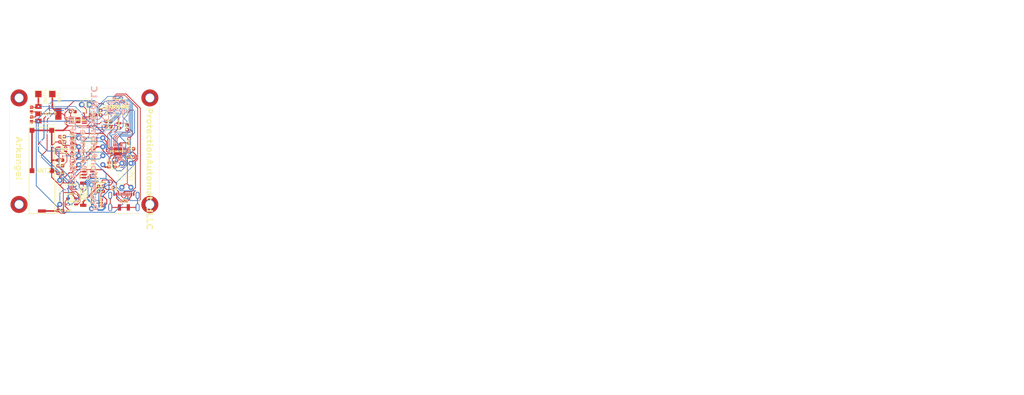
<source format=kicad_pcb>
(kicad_pcb (version 20221018) (generator pcbnew)
  (title_block (title "Arkangel ") (date "2023-07-24") (rev "00") (company "ProtectionAutomated"))
  (layers (0 "F.Cu" signal) (31 "B.Cu" signal) (34 "B.Paste" user) (35 "F.Paste" user) (36 "B.SilkS" user "B.Silkscreen") (37 "F.SilkS" user "F.Silkscreen") (38 "B.Mask" user) (39 "F.Mask" user) (44 "Edge.Cuts" user))
  (net 0 "")
  (net 1 "-BATT")
  (net 2 "+1V0")
  (net 3 "+1V1")
  (net 4 "Net-(D2-K)")
  (net 5 "Net-(D2-A)")
  (net 6 "Net-(U4-ISET)")
  (net 7 "Net-(U4-PRE-TERM)")
  (net 8 "Net-(U4-TS)")
  (net 12 "ANTOUT")
  (net 13 "CrystalB")
  (net 14 "CrystalA")
  (net 15 "BATTICIN")
  (net 16 "Net-(C13-Pad1)")
  (net 17 "Net-(IC3-RFO)")
  (net 18 "Net-(IC3-VR_PA)")
  (net 19 "Net-(C16-Pad2)")
  (net 20 "+1V5")
  (net 21 "RF1")
  (net 22 "Net-(IC3-RFI_P)")
  (net 23 "Net-(IC3-RFI_N)")
  (net 24 "RF2")
  (net 25 "Net-(IC4-RFC)")
  (net 26 "Net-(C24-Pad2)")
  (net 27 "Net-(IC4-CTRL)")
  (net 28 "SPICLK")
  (net 29 "NSS")
  (net 30 "MISO")
  (net 31 "MOSI")
  (net 32 "DIO3")
  (net 33 "Net-(IC3-DCC_SW)")
  (net 34 "DIO2")
  (net 35 "DIO1")
  (net 36 "Net-(IC3-BUSY)")
  (net 37 "OutDelayed")
  (net 38 "Net-(IC5-IN+)")
  (net 39 "Net-(IC3-VREG)")
  (net 40 "Net-(IC3-VBAT)")
  (net 41 "Net-(IC3-VDD_IN)")
  (net 42 "Net-(IC5-IN-)")
  (net 43 "Net-(ANT1-FEED)")
  (net 45 "Net-(IC1-RSTN)")
  (net 66 "LNA_OUT")
  (net 69 "SLEEP")
  (net 70 "D+")
  (net 75 "D-")
  (net 95 "LNA_IN")
  (net 96 "OP1_OUT")
  (net 97 "Net-(IC2-IN+)")
  (net 98 "Net-(IC2-IN-)")
  (net 99 "Net-(J1-CC1)")
  (net 102 "Net-(J1-CC2)")
  (net 103 "unconnected-(J1-SHIELD-PadS1)")
  (net 104 "Net-(U2-VCC)")
  (net 105 "Net-(U2-EP)")
  (net 106 "Net-(U2-VENABLE)")
  (footprint "Capacitor_Tantalum_SMD:CP_EIA-1608-08_AVX-J" (layer "F.Cu") (at 62.9325 68.895)
    (fp_text reference "C9" hide)
    (fp_text value "0.5pF")
  )
  (footprint "Resistor_SMD:R_0201_0603Metric" (layer "F.Cu") (at 52.0175 49.0175 -90)
    (fp_text reference "R5" hide)
    (fp_text value "2k")
  )
  (footprint "Inductor_THT:L_Axial_L5.3mm_D2.2mm_P7.62mm_Horizontal_Vishay_IM-1" (layer "F.Cu") (at 69.53 69.23 90)
    (fp_text reference "L3" hide)
    (fp_text value "15uH")
  )
  (footprint "Capacitor_Tantalum_SMD:CP_EIA-1608-08_AVX-J" (layer "F.Cu") (at 67.28 62.07 90)
    (fp_text reference "C18" hide)
    (fp_text value "100nF")
  )
  (footprint "Capacitor_Tantalum_SMD:CP_EIA-1608-08_AVX-J" (layer "F.Cu") (at 62.81 45.6075 -90)
    (fp_text reference "C15" hide)
    (fp_text value "1uF")
  )
  (footprint "LED_THT:LED_D3.0mm" (layer "F.Cu") (at 59.3575 43.0525 180)
    (fp_text reference "D2" hide)
    (fp_text value "RED")
  )
  (footprint "Resistor_SMD:R_0201_0603Metric" (layer "F.Cu") (at 52.53 76.67)
    (fp_text reference "R14" hide)
    (fp_text value "100kR")
  )
  (footprint "MountingHole:MountingHole_2.7mm_M2.5_Pad_TopOnly" (layer "F.Cu") (at 37.01 74.66)
    (fp_text reference "H4" hide)
    (fp_text value "MountingHole" hide)
  )
  (footprint "Capacitor_Tantalum_SMD:CP_EIA-1608-08_AVX-J" (layer "F.Cu") (at 53.75 56.0525 90)
    (fp_text reference "C19" hide)
    (fp_text value "470nF")
  )
  (footprint "Capacitor_Tantalum_SMD:CP_EIA-1608-08_AVX-J" (layer "F.Cu") (at 65.2625 50.09 180)
    (fp_text reference "C4" hide)
    (fp_text value "21pF")
  )
  (footprint "DX07S016JA1R1500:JAE_DX07S016JA1R1500" (layer "F.Cu") (at 70.16 72.5)
    (fp_text reference "J1" hide)
    (fp_text value "USB")
    (fp_line (start 2.875 -0.315) (end 3.125 -0.315) (stroke (width 0.01)) (layer "Edge.Cuts"))
    (fp_line (start 3.125 0.315) (end 2.875 0.315) (stroke (width 0.01)) (layer "Edge.Cuts"))
    (fp_arc (start 2.56 0) (mid 2.652261 -0.222739) (end 2.875 -0.315) (stroke (width 0.01)) (layer "Edge.Cuts"))
    (fp_arc (start 2.875 0.315) (mid 2.652261 0.222739) (end 2.56 0) (stroke (width 0.01)) (layer "Edge.Cuts"))
    (fp_arc (start 3.125 -0.315) (mid 3.347739 -0.222739) (end 3.44 0) (stroke (width 0.01)) (layer "Edge.Cuts"))
    (fp_arc (start 3.44 0) (mid 3.347739 0.222739) (end 3.125 0.315) (stroke (width 0.01)) (layer "Edge.Cuts"))
  )
  (footprint "Capacitor_Tantalum_SMD:CP_EIA-1608-08_AVX-J" (layer "F.Cu") (at 65.51 62.1275 -90)
    (fp_text reference "C16" hide)
    (fp_text value "100nF")
  )
  (footprint "Inductor_THT:L_Axial_L5.3mm_D2.2mm_P7.62mm_Horizontal_Vishay_IM-1" (layer "F.Cu") (at 55.89 62.08)
    (fp_text reference "L2" hide)
    (fp_text value "1uH")
  )
  (footprint "Resistor_SMD:R_0201_0603Metric" (layer "F.Cu") (at 61.38 64.675 -90)
    (fp_text reference "R9" hide)
    (fp_text value "100k")
  )
  (footprint "Resistor_SMD:R_0201_0603Metric" (layer "F.Cu") (at 52.0175 47.5525 -90)
    (fp_text reference "R4" hide)
    (fp_text value "1k")
  )
  (footprint "KiCadOP:SOT95P280X145-5N" (layer "F.Cu") (at 58.87 65.23)
    (fp_text reference "IC2" hide)
    (fp_text value "TL081HIDBVR" hide)
  )
  (footprint "KiCadBatt:DGQ0010D_NV_N" (layer "F.Cu") (at 55.6275 47.9925)
    (fp_text reference "U4" hide)
    (fp_text value "BQ24092DGQT")
  )
  (footprint "Resistor_SMD:R_0201_0603Metric" (layer "F.Cu") (at 57.9875 45.7525)
    (fp_text reference "R7" hide)
    (fp_text value "1k5")
  )
  (footprint "KiCadOP:SOT95P280X145-5N" (layer "F.Cu") (at 53.77 73.7 180)
    (fp_text reference "IC5" hide)
    (fp_text value "TL081HIDBVR")
  )
  (footprint "KiCadRFSwitch:SOT65P210X110-6N" (layer "F.Cu") (at 50.69 57.17 180)
    (fp_text reference "IC4" hide)
    (fp_text value "PE4259")
  )
  (footprint "Resistor_SMD:R_0201_0603Metric" (layer "F.Cu") (at 59.97 47.99 -90)
    (fp_text reference "R6" hide)
    (fp_text value "50kR")
  )
  (footprint "TestPoint:TestPoint_Pad_2.0x2.0mm" (layer "F.Cu") (at 47.54 39.71 90)
    (fp_text reference "TP2" hide)
    (fp_text value "BATT-")
  )
  (footprint "Capacitor_Tantalum_SMD:CP_EIA-1608-08_AVX-J" (layer "F.Cu") (at 71.77 54.5675 90)
    (fp_text reference "C12" hide)
    (fp_text value "100nF")
  )
  (footprint "Capacitor_Tantalum_SMD:CP_EIA-1608-08_AVX-J" (layer "F.Cu") (at 50.6725 54.89 180)
    (fp_text reference "C23" hide)
    (fp_text value "470nF")
  )
  (footprint "Capacitor_Tantalum_SMD:CP_EIA-1608-08_AVX-J" (layer "F.Cu") (at 71.16 50.2825 -90)
    (fp_text reference "C5" hide)
    (fp_text value "21pF")
  )
  (footprint "MountingHole:MountingHole_2.7mm_M2.5_Pad_TopOnly" (layer "F.Cu") (at 78.37 40.94)
    (fp_text reference "H2" hide)
    (fp_text value "MountingHole" hide)
  )
  (footprint "Inductor_THT:L_Axial_L5.3mm_D2.2mm_P7.62mm_Horizontal_Vishay_IM-1" (layer "F.Cu") (at 63.51 59.2 180)
    (fp_text reference "Le" hide)
    (fp_text value "1uH")
  )
  (footprint "Inductor_THT:L_Axial_L5.3mm_D2.2mm_P7.62mm_Horizontal_Vishay_IM-1" (layer "F.Cu") (at 55.87 53.59)
    (fp_text reference "L7" hide)
    (fp_text value "1uH")
  )
  (footprint "KiCad32MOSC:FC12M327680KDA0" (layer "F.Cu") (at 68.61 49.7 -90)
    (fp_text reference "Y2" hide)
    (fp_text value "32Crystal")
  )
  (footprint "KiCadANT:1575AT43A0040E" (layer "F.Cu") (at 57.3075 71.415 -90)
    (fp_text reference "ANT1")
    (fp_text value "1575AT43A0040E" hide)
  )
  (footprint "Inductor_THT:L_Axial_L5.3mm_D2.2mm_P7.62mm_Horizontal_Vishay_IM-1" (layer "F.Cu") (at 72.374315 69.24 90)
    (fp_text reference "L4" hide)
    (fp_text value "15uH")
  )
  (footprint "Capacitor_Tantalum_SMD:CP_EIA-1608-08_AVX-J" (layer "F.Cu") (at 53.78 52.8875 90)
    (fp_text reference "C21" hide)
    (fp_text value "470nF")
  )
  (footprint "Capacitor_Tantalum_SMD:CP_EIA-1608-08_AVX-J" (layer "F.Cu") (at 50.6275 53.2 180)
    (fp_text reference "C22" hide)
    (fp_text value "100nF")
  )
  (footprint "Inductor_THT:L_Axial_L5.3mm_D2.2mm_P7.62mm_Horizontal_Vishay_IM-1" (layer "F.Cu") (at 59.9075 68.375 -90)
    (fp_text reference "L1" hide)
    (fp_text value "0.6nH")
  )
  (footprint "Capacitor_Tantalum_SMD:CP_EIA-1608-08_AVX-J" (layer "F.Cu") (at 40.98 44.6325 -90)
    (fp_text reference "C6" hide)
    (fp_text value "1uF")
  )
  (footprint "Resistor_SMD:R_0201_0603Metric" (layer "F.Cu") (at 54.39 71.44)
    (fp_text reference "R16" hide)
    (fp_text value "470k")
  )
  (footprint "Resistor_SMD:R_0201_0603Metric" (layer "F.Cu") (at 56.28 65.88 90)
    (fp_text reference "R10" hide)
    (fp_text value "470kR")
  )
  (footprint "KiCadTANT:A10340" (layer "F.Cu") (at 44.23 76.73 180)
    (fp_text reference "ANT2")
    (fp_text value "A10340" hide)
  )
  (footprint "Resistor_SMD:R_0201_0603Metric" (layer "F.Cu") (at 66.44 69.58 90)
    (fp_text reference "R2" hide)
    (fp_text value "5kR")
  )
  (footprint "RF:Skyworks_SKY65404-31" (layer "F.Cu") (at 62.8675 74.165 90)
    (fp_text reference "U2" hide)
    (fp_text value "SKY65404")
  )
  (footprint "Capacitor_Tantalum_SMD:CP_EIA-1608-08_AVX-J" (layer "F.Cu") (at 62.93 70.515)
    (fp_text reference "C8" hide)
    (fp_text value "0.1uF")
  )
  (footprint "Package_TO_SOT_SMD:SOT-223-3_TabPin2" (layer "F.Cu") (at 46.3 45.95)
    (fp_text reference "U3" hide)
    (fp_text value "LDO1.8")
  )
  (footprint "KiCad:74AVC9112GTX" (layer "F.Cu") (at 53.39 68.475 180)
    (fp_text reference "IC6" hide)
    (fp_text value "74LVC2G00GT")
  )
  (footprint "Capacitor_Tantalum_SMD:CP_EIA-1608-08_AVX-J" (layer "F.Cu") (at 60.3475 46.32 180)
    (fp_text reference "C10" hide)
    (fp_text value "4.7uF")
  )
  (footprint "KiCadTransIC:QFN50P400X400X100-25N-D" (layer "F.Cu") (at 68.25 57.87 90)
    (fp_text reference "IC3" hide)
    (fp_text value "SX1268IMLTRT")
  )
  (footprint "MountingHole:MountingHole_2.7mm_M2.5_Pad_TopOnly" (layer "F.Cu") (at 78.36 74.66)
    (fp_text reference "H3" hide)
    (fp_text value "MountingHole" hide)
  )
  (footprint "Inductor_THT:L_Axial_L5.3mm_D2.2mm_P7.62mm_Horizontal_Vishay_IM-1" (layer "F.Cu") (at 49.91 74.63 90)
    (fp_text reference "L8" hide)
    (fp_text value "1uH")
  )
  (footprint "Capacitor_Tantalum_SMD:CP_EIA-1608-08_AVX-J" (layer "F.Cu") (at 40.98 47.7125 90)
    (fp_text reference "C7" hide)
    (fp_text value "1uF")
  )
  (footprint "Capacitor_Tantalum_SMD:CP_EIA-1608-08_AVX-J" (layer "F.Cu") (at 53.9975 45.2925 180)
    (fp_text reference "C11" hide)
    (fp_text value "1uF")
  )
  (footprint "Capacitor_Tantalum_SMD:CP_EIA-1608-08_AVX-J" (layer "F.Cu") (at 50.0625 64.81 180)
    (fp_text reference "C25" hide)
    (fp_text value "470nF")
  )
  (footprint "MountingHole:MountingHole_2.7mm_M2.5_Pad_TopOnly" (layer "F.Cu") (at 37.03 40.94)
    (fp_text reference "H1" hide)
    (fp_text value "MountingHole" hide)
  )
  (footprint "KiCadGPS:BGA99C50P9X11_500X600X120" (layer "F.Cu") (at 67.79 43.89 -90)
    (fp_text reference "IC1" hide)
    (fp_text value "STA8090FG")
  )
  (footprint "Capacitor_Tantalum_SMD:CP_EIA-1608-08_AVX-J" (layer "F.Cu") (at 50.0575 62.42 180)
    (fp_text reference "C24" hide)
    (fp_text value "100nF")
  )
  (footprint "Resistor_SMD:R_0201_0603Metric" (layer "F.Cu") (at 63.57 67.695)
    (fp_text reference "R3" hide)
    (fp_text value "100R")
  )
  (footprint "Resistor_SMD:R_0201_0603Metric" (layer "F.Cu") (at 52.75 71.44)
    (fp_text reference "R15" hide)
    (fp_text value "100k")
  )
  (footprint "Capacitor_Tantalum_SMD:CP_EIA-1608-08_AVX-J" (layer "F.Cu") (at 53.73 62.4425 -90)
    (fp_text reference "C13" hide)
    (fp_text value "470nF")
  )
  (footprint "Capacitor_Tantalum_SMD:CP_EIA-1608-08_AVX-J" (layer "F.Cu") (at 65.2525 48.37 180)
    (fp_text reference "Ce" hide)
    (fp_text value "100nF")
  )
  (footprint "Capacitor_Tantalum_SMD:CP_EIA-1608-08_AVX-J" (layer "F.Cu") (at 50.0575 60.66 180)
    (fp_text reference "C27" hide)
    (fp_text value "1nF")
  )
  (footprint "Resistor_SMD:R_0201_0603Metric" (layer "F.Cu") (at 61.38 66.155 90)
    (fp_text reference "R11" hide)
    (fp_text value "100k")
  )
  (footprint "Capacitor_Tantalum_SMD:CP_EIA-1608-08_AVX-J" (layer "F.Cu") (at 50.06 76.62)
    (fp_text reference "C26" hide)
    (fp_text value "470nF")
  )
  (footprint "Resistor_SMD:R_0201_0603Metric" (layer "F.Cu") (at 51.155 59.27)
    (fp_text reference "R12" hide)
    (fp_text value "100R")
  )
  (footprint "TestPoint:TestPoint_Pad_2.0x2.0mm" (layer "F.Cu") (at 43.13 39.7 90)
    (fp_text reference "TP1" hide)
    (fp_text value "BATT+")
  )
  (footprint "Resistor_SMD:R_0201_0603Metric" (layer "F.Cu") (at 62.09 67.685 180)
    (fp_text reference "R1" hide)
    (fp_text value "100R")
  )
  (footprint "Capacitor_Tantalum_SMD:CP_EIA-1608-08_AVX-J" (layer "F.Cu") (at 53.75 59.285 -90)
    (fp_text reference "C20" hide)
    (fp_text value "470nF")
  )
  (footprint "Inductor_THT:L_Axial_L5.3mm_D2.2mm_P7.62mm_Horizontal_Vishay_IM-1" (layer "F.Cu") (at 55.88 56.41)
    (fp_text reference "L5" hide)
    (fp_text value "1uH")
  )
  (footprint "Capacitor_Tantalum_SMD:CP_EIA-1608-08_AVX-J" (layer "F.Cu") (at 72.51 59.66)
    (fp_text reference "C14" hide)
    (fp_text value "470nF")
  )
  (footprint "Capacitor_Tantalum_SMD:CP_EIA-1608-08_AVX-J" (layer "F.Cu") (at 72.4875 57.04 180)
    (fp_text reference "C17" hide)
    (fp_text value "100nF")
  )
  (footprint "Resistor_SMD:R_0201_0603Metric" (layer "F.Cu") (at 67.77 69.585 -90)
    (fp_text reference "R8" hide)
    (fp_text value "5kR")
  )
  (gr_circle (center 37.016936 74.67) (end 38.336936 74.58) (stroke (width 0.05)) (fill none) (layer "Edge.Cuts"))
  (gr_arc (start 66.15 72.27) (mid 65.84 72.58) (end 65.53 72.27) (stroke (width 0.05)) (layer "Edge.Cuts"))
  (gr_arc (start 74.79 76.25) (mid 74.48 76.56) (end 74.17 76.25) (stroke (width 0.05)) (layer "Edge.Cuts"))
  (gr_arc (start 37.01 77.69) (mid 34.867466 76.802534) (end 33.98 74.66) (stroke (width 0.05)) (layer "Edge.Cuts"))
  (gr_line (start 78.36 77.69) (end 37.01 77.69) (stroke (width 0.05)) (layer "Edge.Cuts"))
  (gr_arc (start 74.79 72.27) (mid 74.48 72.58) (end 74.17 72.27) (stroke (width 0.05)) (layer "Edge.Cuts"))
  (gr_line (start 66.15 74.96) (end 66.15 76.25) (stroke (width 0.05)) (layer "Edge.Cuts"))
  (gr_line (start 33.98 74.66) (end 34 40.94) (stroke (width 0.05)) (layer "Edge.Cuts"))
  (gr_line (start 81.4 40.94) (end 81.39 74.66) (stroke (width 0.05)) (layer "Edge.Cuts"))
  (gr_line (start 74.79 74.95) (end 74.79 76.25) (stroke (width 0.05)) (layer "Edge.Cuts"))
  (gr_arc (start 66.15 76.25) (mid 65.84 76.56) (end 65.53 76.25) (stroke (width 0.05)) (layer "Edge.Cuts"))
  (gr_arc (start 74.17 71.28) (mid 74.48 70.97) (end 74.79 71.28) (stroke (width 0.05)) (layer "Edge.Cuts"))
  (gr_circle (center 78.37 40.94) (end 79.69 40.85) (stroke (width 0.05)) (fill none) (layer "Edge.Cuts"))
  (gr_line (start 74.79 71.28) (end 74.79 72.27) (stroke (width 0.05)) (layer "Edge.Cuts"))
  (gr_line (start 37.03 37.91) (end 78.37 37.91) (stroke (width 0.05)) (layer "Edge.Cuts"))
  (gr_circle (center 78.356936 74.66) (end 79.676936 74.57) (stroke (width 0.05)) (fill none) (layer "Edge.Cuts"))
  (gr_arc (start 34 40.94) (mid 34.887466 38.797466) (end 37.03 37.91) (stroke (width 0.05)) (layer "Edge.Cuts"))
  (gr_line (start 65.53 71.28) (end 65.53 72.27) (stroke (width 0.05)) (layer "Edge.Cuts"))
  (gr_line (start 66.15 72.27) (end 66.15 71.28) (stroke (width 0.05)) (layer "Edge.Cuts"))
  (gr_arc (start 78.37 37.91) (mid 80.512534 38.797466) (end 81.4 40.94) (stroke (width 0.05)) (layer "Edge.Cuts"))
  (gr_arc (start 65.53 74.96) (mid 65.84 74.65) (end 66.15 74.96) (stroke (width 0.05)) (layer "Edge.Cuts"))
  (gr_arc (start 65.53 71.28) (mid 65.84 70.97) (end 66.15 71.28) (stroke (width 0.05)) (layer "Edge.Cuts"))
  (gr_arc (start 81.39 74.66) (mid 80.502534 76.802534) (end 78.36 77.69) (stroke (width 0.05)) (layer "Edge.Cuts"))
  (gr_arc (start 74.17 74.95) (mid 74.48 74.64) (end 74.79 74.95) (stroke (width 0.05)) (layer "Edge.Cuts"))
  (gr_line (start 65.53 74.96) (end 65.53 76.25) (stroke (width 0.05)) (layer "Edge.Cuts"))
  (gr_line (start 74.17 74.95) (end 74.17 76.25) (stroke (width 0.05)) (layer "Edge.Cuts"))
  (gr_circle (center 37.026936 40.94) (end 38.346936 40.85) (stroke (width 0.05)) (fill none) (layer "Edge.Cuts"))
  (gr_line (start 74.17 71.28) (end 74.17 72.27) (stroke (width 0.05)) (layer "Edge.Cuts"))
  (gr_text "ProtectionAutomatedLLC\nArkangel\n|PROTOTYPE|" (at 52.68 56.93 -90) (layer "B.SilkS") (effects (font (size 2 2) (thickness 0.4) bold) (justify bottom mirror)))
  (gr_text "Arkangel" (at 35.73 53.1 270) (layer "F.SilkS") (effects (font (size 1.95 1.95) (thickness 0.4875) bold) (justify left bottom)))
  (gr_text "ProtectionAutomatedLLC" (at 77.01 44.11 270) (layer "F.SilkS") (effects (font (size 1.95 1.95) (thickness 0.4875) bold) (justify left bottom)))
  (segment (start 67.77 68.63) (end 67.77 69.265) (width 0.25) (layer "F.Cu") (net 1))
  (segment (start 42.1 47) (end 43.15 45.95) (width 0.3) (layer "F.Cu") (net 1))
  (segment (start 55.880674 73.7) (end 55.94 73.640674) (width 0.3) (layer "F.Cu") (net 1))
  (segment (start 55.02 73.7) (end 55.880674 73.7) (width 0.3) (layer "F.Cu") (net 1))
  (segment (start 58.21 65.23) (end 58.54 64.9) (width 0.3) (layer "F.Cu") (net 1))
  (segment (start 66.79 44.89) (end 66.79 44.39) (width 0.13) (layer "F.Cu") (net 1))
  (segment (start 51.03 66.456619) (end 51.03 67.56) (width 0.3) (layer "F.Cu") (net 1))
  (segment (start 62.8675 73.44) (end 62.8675 72.095) (width 0.3) (layer "F.Cu") (net 1))
  (segment (start 51.4925 48.3475) (end 51.9675 47.8725) (width 0.13) (layer "F.Cu") (net 1))
  (segment (start 52.0175 49.3375) (end 51.82646 49.3375) (width 0.13) (layer "F.Cu") (net 1))
  (segment (start 67.29 43.39) (end 67.29 43.89) (width 0.13) (layer "F.Cu") (net 1))
  (segment (start 54.593602 63.66) (end 53.643602 64.61) (width 0.3) (layer "F.Cu") (net 1))
  (segment (start 67.79 44.39) (end 67.29 44.39) (width 0.13) (layer "F.Cu") (net 1))
  (segment (start 65.585 57.12) (end 65.09 56.625) (width 0.3) (layer "F.Cu") (net 1))
  (segment (start 66.29 44.89) (end 66.79 44.89) (width 0.13) (layer "F.Cu") (net 1))
  (segment (start 52.47 49.79) (end 58.49 49.79) (width 0.2) (layer "F.Cu") (net 1))
  (segment (start 67.79 43.89) (end 67.79 44.39) (width 0.13) (layer "F.Cu") (net 1))
  (segment (start 54.71 71.44) (end 54.71 71.25603) (width 0.3) (layer "F.Cu") (net 1))
  (segment (start 58.54 64.9) (end 58.54 63.66) (width 0.3) (layer "F.Cu") (net 1))
  (segment (start 66.984999 67.214999) (end 66.984999 67.175673) (width 0.3) (layer "F.Cu") (net 1))
  (segment (start 67.5 57.12) (end 68.25 57.87) (width 0.3) (layer "F.Cu") (net 1))
  (segment (start 53.605674 70.92) (end 53.555674 70.87) (width 0.3) (layer "F.Cu") (net 1))
  (segment (start 68.79 44.39) (end 68.78 44.39) (width 0.13) (layer "F.Cu") (net 1))
  (segment (start 53.577502 47.9925) (end 52.1375 47.9925) (width 0.13) (layer "F.Cu") (net 1))
  (segment (start 64.5 46.32) (end 64.93 45.89) (width 0.13) (layer "F.Cu") (net 1))
  (segment (start 49.94 68.65) (end 47.34 66.05) (width 0.3) (layer "F.Cu") (net 1))
  (segment (start 51.03 69.74) (end 49.94 68.65) (width 0.3) (layer "F.Cu") (net 1))
  (segment (start 52.935 55.95) (end 51.02 55.95) (width 0.3) (layer "F.Cu") (net 1))
  (segment (start 51.4925 45.7475) (end 51.4925 46.59) (width 0.25) (layer "F.Cu") (net 1))
  (segment (start 57.62 65.23) (end 58.21 65.23) (width 0.3) (layer "F.Cu") (net 1))
  (segment (start 67.5 61.1375) (end 67.5 59.82) (width 0.2) (layer "F.Cu") (net 1))
  (segment (start 47.34 51.22) (end 41.12 51.22) (width 0.5) (layer "F.Cu") (net 1))
  (segment (start 63.645 68.895) (end 63.645 70.5125) (width 0.3) (layer "F.Cu") (net 1))
  (segment (start 67.25897 69.265) (end 67.77 69.265) (width 0.3) (layer "F.Cu") (net 1))
  (segment (start 52.7675 44.4725) (end 51.4925 45.7475) (width 0.25) (layer "F.Cu") (net 1))
  (segment (start 68.78 44.39) (end 68.79 44.4) (width 0.13) (layer "F.Cu") (net 1))
  (segment (start 68.25 57.87) (end 67.5 58.62) (width 0.2) (layer "F.Cu") (net 1))
  (segment (start 66.44 69.9) (end 66.62397 69.9) (width 0.3) (layer "F.Cu") (net 1))
  (segment (start 51.4925 49.003541) (end 51.4925 48.3475) (width 0.13) (layer "F.Cu") (net 1))
  (segment (start 58.54 63.66) (end 54.593602 63.66) (width 0.3) (layer "F.Cu") (net 1))
  (segment (start 55.94 72.17) (end 55.21 71.44) (width 0.3) (layer "F.Cu") (net 1))
  (segment (start 63.715 75.385) (end 64.745 74.355) (width 0.3) (layer "F.Cu") (net 1))
  (segment (start 47.34 66.05) (end 47.34 63.98) (width 0.3) (layer "F.Cu") (net 1))
  (segment (start 60.118614 48.31) (end 59.97 48.31) (width 0.25) (layer "F.Cu") (net 1))
  (segment (start 47.54 39.71) (end 47.54 44.04) (width 0.5) (layer "F.Cu") (net 1))
  (segment (start 62.81 46.64) (end 64.54 48.37) (width 0.13) (layer "F.Cu") (net 1))
  (segment (start 71.24 58.62) (end 71.29 58.67) (width 0.3) (layer "F.Cu") (net 1))
  (segment (start 51.868886 47.8725) (end 52.0175 47.8725) (width 0.25) (layer "F.Cu") (net 1))
  (segment (start 72.925 52.7) (end 71.77 53.855) (width 0.25) (layer "F.Cu") (net 1))
  (segment (start 64.745 73.137182) (end 63.702818 72.095) (width 0.3) (layer "F.Cu") (net 1))
  (segment (start 51.82646 49.3375) (end 51.4925 49.003541) (width 0.13) (layer "F.Cu") (net 1))
  (segment (start 67.5 58.62) (end 67.5 59.82) (width 0.2) (layer "F.Cu") (net 1))
  (segment (start 63.645 70.5125) (end 63.6425 70.515) (width 0.3) (layer "F.Cu") (net 1))
  (segment (start 66.984999 67.175673) (end 63.469326 63.66) (width 0.3) (layer "F.Cu") (net 1))
  (segment (start 52.1375 47.9925) (end 52.0175 47.8725) (width 0.13) (layer "F.Cu") (net 1))
  (segment (start 65.79 44.89) (end 66.29 44.89) (width 0.13) (layer "F.Cu") (net 1))
  (segment (start 66.62397 69.9) (end 67.25897 69.265) (width 0.3) (layer "F.Cu") (net 1))
  (segment (start 51.02 55.95) (end 49.96 54.89) (width 0.3) (layer "F.Cu") (net 1))
  (segment (start 63.702818 72.095) (end 62.8675 72.095) (width 0.3) (layer "F.Cu") (net 1))
  (segment (start 60.465 46.915) (end 60.465 47.963614) (width 0.25) (layer "F.Cu") (net 1))
  (segment (start 51.4925 46.59) (end 51.4925 47.496114) (width 0.25) (layer "F.Cu") (net 1))
  (segment (start 58.49 49.79) (end 61.27392 49.79) (width 0.3) (layer "F.Cu") (net 1))
  (segment (start 73.26 70.88) (end 73.97 70.17) (width 0.25) (layer "F.Cu") (net 1))
  (segment (start 66.29 44.39) (end 65.79 44.39) (width 0.13) (layer "F.Cu") (net 1))
  (segment (start 57.677501 48.492499) (end 59.787501 48.492499) (width 0.13) (layer "F.Cu") (net 1))
  (segment (start 72.925 51.638395) (end 72.925 52.7) (width 0.25) (layer "F.Cu") (net 1))
  (segment (start 64.65 69.9) (end 63.645 68.895) (width 0.3) (layer "F.Cu") (net 1))
  (segment (start 65.29 47.62) (end 65.29 45.89) (width 0.13) (layer "F.Cu") (net 1))
  (segment (start 65.09 53.60608) (end 63.65892 52.175) (width 0.3) (layer "F.Cu") (net 1))
  (segment (start 51.03 76.3625) (end 51.03 70.87) (width 0.3) (layer "F.Cu") (net 1))
  (segment (start 69.79 45.89) (end 69.79 46.96) (width 0.13) (layer "F.Cu") (net 1))
  (segment (start 54.37397 70.92) (end 53.605674 70.92) (width 0.3) (layer "F.Cu") (net 1))
  (segment (start 62.8675 74.89) (end 62.8675 75.105937) (width 0.3) (layer "F.Cu") (net 1))
  (segment (start 47.34 51.22) (end 47.34 56.15) (width 0.5) (layer "F.Cu") (net 1))
  (segment (start 67.79 43.89) (end 67.29 43.89) (width 0.13) (layer "F.Cu") (net 1))
  (segment (start 51.4925 47.496114) (end 51.868886 47.8725) (width 0.25) (layer "F.Cu") (net 1))
  (segment (start 69.29 41.89) (end 69.29 41.04) (width 0.13) (layer "F.Cu") (net 1))
  (segment (start 70.2 58.62) (end 71.24 58.62) (width 0.3) (layer "F.Cu") (net 1))
  (segment (start 50.74 67.85) (end 49.94 68.65) (width 0.25) (layer "F.Cu") (net 1))
  (segment (start 53.78 52.175) (end 52.825 51.22) (width 0.25) (layer "F.Cu") (net 1))
  (segment (start 48.52 63.98) (end 49.35 64.81) (width 0.5) (layer "F.Cu") (net 1))
  (segment (start 67.28 61.3575) (end 67.5 61.1375) (width 0.2) (layer "F.Cu") (net 1))
  (segment (start 62.8 46.33) (end 62.81 46.64) (width 0.13) (layer "F.Cu") (net 1))
  (segment (start 52.876619 64.61) (end 51.03 66.456619) (width 0.3) (layer "F.Cu") (net 1))
  (segment (start 50.8525 45.95) (end 49.45 45.95) (width 0.25) (layer "F.Cu") (net 1))
  (segment (start 53.75 56.765) (end 53.75 58.5725) (width 0.5) (layer "F.Cu") (net 1))
  (segment (start 61.06 46.32) (end 62.81 46.32) (width 0.3) (layer "F.Cu") (net 1))
  (segment (start 69.79 46.96) (end 69.78 46.97) (width 0.13) (layer "F.Cu") (net 1))
  (segment (start 48.6 54.89) (end 47.34 56.15) (width 0.25) (layer "F.Cu") (net 1))
  (segment (start 65.79 45.39) (end 65.79 43.89) (width 0.13) (layer "F.Cu") (net 1))
  (segment (start 52.47 49.79) (end 51.04 51.22) (width 0.5) (layer "F.Cu") (net 1))
  (segment (start 66.29 44.39) (end 66.29 44.4) (width 0.13) (layer "F.Cu") (net 1))
  (segment (start 64.55 48.38) (end 64.54 48.37) (width 0.13) (layer "F.Cu") (net 1))
  (segment (start 57.62 65.23) (end 56.61 65.23) (width 0.3) (layer "F.Cu") (net 1))
  (segment (start 40.98 47) (end 42.1 47) (width 0.3) (layer "F.Cu") (net 1))
  (segment (start 63.6425 70.515) (end 62.8675 71.29) (width 0.25) (layer "F.Cu") (net 1))
  (segment (start 69 58.62) (end 68.25 57.87) (width 0.2) (layer "F.Cu") (net 1))
  (segment (start 53.89 44.4725) (end 52.7675 44.4725) (width 0.25) (layer "F.Cu") (net 1))
  (segment (start 54.71 71.25603) (end 54.37397 70.92) (width 0.3) (layer "F.Cu") (net 1))
  (segment (start 43.15 45.95) (end 49.45 45.95) (width 0.3) (layer "F.Cu") (net 1))
  (segment (start 53.555674 70.87) (end 51.03 70.87) (width 0.3) (layer "F.Cu") (net 1))
  (segment (start 70.2 58.62) (end 69 58.62) (width 0.3) (layer "F.Cu") (net 1))
  (segment (start 56.61 65.23) (end 56.28 65.56) (width 0.3) (layer "F.Cu") (net 1))
  (segment (start 49.96 54.89) (end 48.6 54.89) (width 0.25) (layer "F.Cu") (net 1))
  (segment (start 66.3 57.12) (end 65.585 57.12) (width 0.3) (layer "F.Cu") (net 1))
  (segment (start 47.54 44.04) (end 49.45 45.95) (width 0.5) (layer "F.Cu") (net 1))
  (segment (start 51.9675 47.8725) (end 52.0175 47.8725) (width 0.13) (layer "F.Cu") (net 1))
  (segment (start 63.146563 75.385) (end 63.715 75.385) (width 0.3) (layer "F.Cu") (net 1))
  (segment (start 66.79 44.39) (end 66.29 44.39) (width 0.13) (layer "F.Cu") (net 1))
  (segment (start 49.345 60.66) (end 47.34 60.66) (width 0.5) (layer "F.Cu") (net 1))
  (segment (start 55.94 73.640674) (end 55.94 72.17) (width 0.3) (layer "F.Cu") (net 1))
  (segment (start 66.44 69.9) (end 67.06 70.52) (width 0.3) (layer "F.Cu") (net 1))
  (segment (start 66.29 44.89) (end 66.29 44.4) (width 0.13) (layer "F.Cu") (net 1))
  (segment (start 47.34 63.98) (end 48.52 63.98) (width 0.5) (layer "F.Cu") (net 1))
  (segment (start 60.465 47.963614) (end 60.118614 48.31) (width 0.25) (layer "F.Cu") (net 1))
  (segment (start 70.29 44.89) (end 71.31 44.89) (width 0.13) (layer "F.Cu") (net 1))
  (segment (start 54.71 45.2925) (end 53.89 44.4725) (width 0.25) (layer "F.Cu") (net 1))
  (segment (start 53.75 56.765) (end 52.935 55.95) (width 0.3) (layer "F.Cu") (net 1))
  (segment (start 67.79 41.89) (end 67.79 40.98) (width 0.13) (layer "F.Cu") (net 1))
  (segment (start 62.8675 75.105937) (end 63.146563 75.385) (width 0.3) (layer "F.Cu") (net 1))
  (segment (start 66.44 69.9) (end 64.65 69.9) (width 0.3) (layer "F.Cu") (net 1))
  (segment (start 51.04 51.22) (end 47.34 51.22) (width 0.5) (layer "F.Cu") (net 1))
  (segment (start 72.306605 51.02) (end 72.925 51.638395) (width 0.25) (layer "F.Cu") (net 1))
  (segment (start 71.15 51.02) (end 72.306605 51.02) (width 0.25) (layer "F.Cu") (net 1))
  (segment (start 62.81 46.32) (end 62.8 46.33) (width 0.13) (layer "F.Cu") (net 1))
  (segment (start 47.34 56.15) (end 47.34 60.66) (width 0.5) (layer "F.Cu") (net 1))
  (segment (start 51.03 70.87) (end 51.03 69.74) (width 0.3) (layer "F.Cu") (net 1))
  (segment (start 61.27392 49.79) (end 63.65892 52.175) (width 0.3) (layer "F.Cu") (net 1))
  (segment (start 53.643602 64.61) (end 52.876619 64.61) (width 0.3) (layer "F.Cu") (net 1))
  (segment (start 65.28 41.88) (end 65.29 41.89) (width 0.13) (layer "F.Cu") (net 1))
  (segment (start 63.469326 63.66) (end 58.54 63.66) (width 0.3) (layer "F.Cu") (net 1))
  (segment (start 62.8675 71.29) (end 62.8675 72.095) (width 0.25) (layer "F.Cu") (net 1))
  (segment (start 67.06 70.52) (end 67.06 71.4) (width 0.3) (layer "F.Cu") (net 1))
  (segment (start 73.26 71.4) (end 73.26 70.88) (width 0.25) (layer "F.Cu") (net 1))
  (segment (start 52.64 67.85) (end 50.74 67.85) (width 0.25) (layer "F.Cu") (net 1))
  (segment (start 47.34 60.66) (end 47.34 63.98) (width 0.5) (layer "F.Cu") (net 1))
  (segment (start 64.55 50.09) (end 64.55 48.38) (width 0.13) (layer "F.Cu") (net 1))
  (segment (start 40.98 45.345) (end 42.545 45.345) (width 0.3) (layer "F.Cu") (net 1))
  (segment (start 41.12 51.22) (end 41.12 63.98) (width 0.5) (layer "F.Cu") (net 1))
  (segment (start 69.29 42.39) (end 69.29 41.89) (width 0.13) (layer "F.Cu") (net 1))
  (segment (start 64.93 45.89) (end 65.29 45.89) (width 0.13) (layer "F.Cu") (net 1))
  (segment (start 52.0175 49.3375) (end 52.47 49.79) (width 0.2) (layer "F.Cu") (net 1))
  (segment (start 66.3 57.12) (end 67.5 57.12) (width 0.3) (layer "F.Cu") (net 1))
  (segment (start 62.81 46.32) (end 64.5 46.32) (width 0.13) (layer "F.Cu") (net 1))
  (segment (start 58.49 49.79) (end 59.97 48.31) (width 0.2) (layer "F.Cu") (net 1))
  (segment (start 64.33 41.88) (end 65.28 41.88) (width 0.13) (layer "F.Cu") (net 1))
  (segment (start 64.54 48.37) (end 65.29 47.62) (width 0.13) (layer "F.Cu") (net 1))
  (segment (start 65.09 56.625) (end 65.09 53.60608) (width 0.3) (layer "F.Cu") (net 1))
  (segment (start 69.29 42.39) (end 68.79 42.39) (width 0.13) (layer "F.Cu") (net 1))
  (segment (start 69 59.82) (end 69 58.62) (width 0.2) (layer "F.Cu") (net 1))
  (segment (start 64.745 74.355) (end 64.745 73.137182) (width 0.3) (layer "F.Cu") (net 1))
  (segment (start 51.03 67.56) (end 50.74 67.85) (width 0.3) (layer "F.Cu") (net 1))
  (segment (start 59.787501 48.492499) (end 59.97 48.31) (width 0.13) (layer "F.Cu") (net 1))
  (segment (start 67.29 44.39) (end 66.79 44.39) (width 0.13) (layer "F.Cu") (net 1))
  (segment (start 67.77 68) (end 66.984999 67.214999) (width 0.3) (layer "F.Cu") (net 1))
  (segment (start 52.825 51.22) (end 51.04 51.22) (width 0.25) (layer "F.Cu") (net 1))
  (segment (start 50.7725 76.62) (end 51.03 76.3625) (width 0.3) (layer "F.Cu") (net 1))
  (segment (start 67.77 68.63) (end 67.77 68) (width 0.3) (layer "F.Cu") (net 1))
  (segment (start 42.545 45.345) (end 43.15 45.95) (width 0.3) (layer "F.Cu") (net 1))
  (segment (start 51.4925 46.59) (end 50.8525 45.95) (width 0.25) (layer "F.Cu") (net 1))
  (segment (start 61.06 46.32) (end 60.465 46.915) (width 0.25) (layer "F.Cu") (net 1))
  (segment (start 55.21 71.44) (end 54.71 71.44) (width 0.3) (layer "F.Cu") (net 1))
  (segment (start 63.65892 52.175) (end 53.78 52.175) (width 0.3) (layer "F.Cu") (net 1))
  (via (at 71.15 51.02) (size 0.55) (drill 0.5) (layers "F.Cu" "B.Cu") (net 1))
  (via (at 67.77 68.63) (size 0.35) (drill 0.3) (layers "F.Cu" "B.Cu") (net 1))
  (via (at 71.29 58.67) (size 0.35) (drill 0.3) (layers "F.Cu" "B.Cu") (net 1))
  (via (at 71.31 44.89) (size 0.35) (drill 0.3) (layers "F.Cu" "B.Cu") (net 1))
  (via (at 51.73 57.18) (size 0.35) (drill 0.3) (layers "F.Cu" "B.Cu") (net 1))
  (via (at 64.33 41.88) (size 0.35) (drill 0.3) (layers "F.Cu" "B.Cu") (net 1))
  (via (at 69.29 41.04) (size 0.35) (drill 0.3) (layers "F.Cu" "B.Cu") (net 1))
  (via (at 67.79 40.98) (size 0.35) (drill 0.3) (layers "F.Cu" "B.Cu") (net 1))
  (via (at 73.97 70.17) (size 0.35) (drill 0.3) (layers "F.Cu" "B.Cu") (net 1))
  (via (at 68.82 45.37) (size 0.30001) (drill 0.3) (layers "F.Cu" "B.Cu") (net 1))
  (via (at 71.78 53.85) (size 0.55) (drill 0.5) (layers "F.Cu" "B.Cu") (net 1))
  (via (at 68.78 44.39) (size 0.35) (drill 0.3) (layers "F.Cu" "B.Cu") (net 1))
  (via (at 62.8 46.33) (size 0.55) (drill 0.5) (layers "F.Cu" "B.Cu") (net 1))
  (via (at 73.2 57.03) (size 0.35) (drill 0.3) (layers "F.Cu" "B.Cu") (net 1))
  (via (at 66.29 44.4) (size 0.30001) (drill 0.3) (layers "F.Cu" "B.Cu") (net 1))
  (via (at 73.22 59.69) (size 0.35) (drill 0.3) (layers "F.Cu" "B.Cu") (net 1))
  (via (at 69.78 46.97) (size 0.35) (drill 0.3) (layers "F.Cu" "B.Cu") (net 1))
  (via (at 47.34 56.15) (size 0.55) (drill 0.5) (layers "F.Cu" "B.Cu") (net 1))
  (segment (start 62.165 44.045) (end 62.165 45.695) (width 0.25) (layer "B.Cu") (net 1))
  (segment (start 72.14 54.21) (end 72.14 58.62) (width 0.3) (layer "B.Cu") (net 1))
  (segment (start 73.21 59.69) (end 73.22 59.69) (width 0.3) (layer "B.Cu") (net 1))
  (segment (start 68.78 44.39) (end 69.082893 44.087107) (width 0.2) (layer "B.Cu") (net 1))
  (segment (start 62.165 45.695) (end 62.8 46.33) (width 0.25) (layer "B.Cu") (net 1))
  (segment (start 68.82 44.43) (end 68.78 44.39) (width 0.13) (layer "B.Cu") (net 1))
  (segment (start 69.29 41.04) (end 67.85 41.04) (width 0.2) (layer "B.Cu") (net 1))
  (segment (start 68.82 45.37) (end 68.82 44.43) (width 0.13) (layer "B.Cu") (net 1))
  (segment (start 72.14 58.62) (end 73.21 59.69) (width 0.3) (layer "B.Cu") (net 1))
  (segment (start 66.29 44.4) (end 66.29 43.84) (width 0.2) (layer "B.Cu") (net 1))
  (segment (start 68.31 43.167107) (end 68.31 42.662893) (width 0.2) (layer "B.Cu") (net 1))
  (segment (start 51.73 57.18) (end 48.36 57.17) (width 0.25) (layer "B.Cu") (net 1))
  (segment (start 71.78 53.85) (end 72.14 54.21) (width 0.3) (layer "B.Cu") (net 1))
  (segment (start 72.14 58.62) (end 73.2 57.56) (width 0.3) (layer "B.Cu") (net 1))
  (segment (start 67.79 40.98) (end 66.89 41.88) (width 0.2) (layer "B.Cu") (net 1))
  (segment (start 71.15 51.02) (end 71.15 48.34) (width 0.2) (layer "B.Cu") (net 1))
  (segment (start 72.09 58.67) (end 72.14 58.62) (width 0.3) (layer "B.Cu") (net 1))
  (segment (start 64.33 41.88) (end 62.165 44.045) (width 0.25) (layer "B.Cu") (net 1))
  (segment (start 71.31 44.89) (end 71.31 45.012893) (width 0.2) (layer "B.Cu") (net 1))
  (segment (start 48.36 57.17) (end 47.34 56.15) (width 0.25) (layer "B.Cu") (net 1))
  (segment (start 71.29 58.67) (end 72.09 58.67) (width 0.3) (layer "B.Cu") (net 1))
  (segment (start 68.017107 42.37) (end 67.602893 42.37) (width 0.2) (layer "B.Cu") (net 1))
  (segment (start 71.31 45.012893) (end 69.78 46.542893) (width 0.2) (layer "B.Cu") (net 1))
  (segment (start 68.78 44.39) (end 70.81 44.39) (width 0.2) (layer "B.Cu") (net 1))
  (segment (start 66.29 43.84) (end 64.33 41.88) (width 0.2) (layer "B.Cu") (net 1))
  (segment (start 67.602893 42.37) (end 66.29 43.682893) (width 0.2) (layer "B.Cu") (net 1))
  (segment (start 73.805 70.335) (end 69.086436 70.335) (width 0.25) (layer "B.Cu") (net 1))
  (segment (start 70.81 44.39) (end 71.31 44.89) (width 0.2) (layer "B.Cu") (net 1))
  (segment (start 69.082893 44.087107) (end 69.082893 43.94) (width 0.2) (layer "B.Cu") (net 1))
  (segment (start 67.85 41.04) (end 67.79 40.98) (width 0.2) (layer "B.Cu") (net 1))
  (segment (start 69.086436 70.335) (end 67.77 69.018564) (width 0.25) (layer "B.Cu") (net 1))
  (segment (start 73.97 70.17) (end 73.805 70.335) (width 0.25) (layer "B.Cu") (net 1))
  (segment (start 69.78 46.542893) (end 69.78 46.97) (width 0.2) (layer "B.Cu") (net 1))
  (segment (start 66.29 43.682893) (end 66.29 43.84) (width 0.2) (layer "B.Cu") (net 1))
  (segment (start 71.15 48.34) (end 69.78 46.97) (width 0.2) (layer "B.Cu") (net 1))
  (segment (start 69.082893 43.94) (end 68.31 43.167107) (width 0.2) (layer "B.Cu") (net 1))
  (segment (start 66.89 41.88) (end 64.33 41.88) (width 0.2) (layer "B.Cu") (net 1))
  (segment (start 73.2 57.56) (end 73.2 57.03) (width 0.3) (layer "B.Cu") (net 1))
  (segment (start 68.31 42.662893) (end 68.017107 42.37) (width 0.2) (layer "B.Cu") (net 1))
  (segment (start 67.77 69.018564) (end 67.77 68.63) (width 0.25) (layer "B.Cu") (net 1))
  (segment (start 70.29 42.39) (end 71.25 42.39) (width 0.13) (layer "F.Cu") (net 2))
  (segment (start 43.13 39.7) (end 43.13 43.63) (width 0.5) (layer "F.Cu") (net 2))
  (segment (start 57.677501 46.992499) (end 58.962501 46.992499) (width 0.3) (layer "F.Cu") (net 2))
  (segment (start 64.755 67.615) (end 63.97 67.615) (width 0.3) (layer "F.Cu") (net 2))
  (segment (start 69.497107 40.54) (end 69.082893 40.54) (width 0.2) (layer "F.Cu") (net 2))
  (segment (start 43.13 43.63) (end 43.15 43.65) (width 0.5) (layer "F.Cu") (net 2))
  (segment (start 71.81 44.43) (end 71.81 45.22) (width 0.2) (layer "F.Cu") (net 2))
  (segment (start 59.9075 72.825) (end 60.8175 71.915) (width 0.3) (layer "F.Cu") (net 2))
  (segment (start 73.54 44.8) (end 72.23 44.8) (width 0.25) (layer "F.Cu") (net 2))
  (segment (start 70.29 43.89) (end 71.27 43.89) (width 0.13) (layer "F.Cu") (net 2))
  (segment (start 59.91 76) (end 59.9075 72.825) (width 0.3) (layer "F.Cu") (net 2))
  (segment (start 64.755 67.615) (end 66.015 67.615) (width 0.3) (layer "F.Cu") (net 2))
  (segment (start 61.2 47.73) (end 62.22 47.73) (width 0.2) (layer "F.Cu") (net 2))
  (segment (start 70.29 42.39) (end 69.79 42.39) (width 0.13) (layer "F.Cu") (net 2))
  (segment (start 72.23 44.8) (end 71.29 45.74) (width 0.25) (layer "F.Cu") (net 2))
  (segment (start 40.98 43.92) (end 42.88 43.92) (width 0.3) (layer "F.Cu") (net 2))
  (segment (start 57.6675 45.7525) (end 57.6675 46.982498) (width 0.3) (layer "F.Cu") (net 2))
  (segment (start 58.962501 46.992499) (end 59.635 46.32) (width 0.3) (layer "F.Cu") (net 2))
  (segment (start 43.14 43.66) (end 43.15 43.66) (width 0.3) (layer "F.Cu") (net 2))
  (segment (start 70.29 45.39) (end 70.94 45.39) (width 0.13) (layer "F.Cu") (net 2))
  (segment (start 60.845 71.915) (end 60.845 71.8875) (width 0.3) (layer "F.Cu") (net 2))
  (segment (start 71.27 43.89) (end 71.81 44.43) (width 0.2) (layer "F.Cu") (net 2))
  (segment (start 60.8175 71.915) (end 60.845 71.915) (width 0.3) (layer "F.Cu") (net 2))
  (segment (start 60.845 71.8875) (end 62.2175 70.515) (width 0.3) (layer "F.Cu") (net 2))
  (segment (start 42.88 43.92) (end 43.14 43.66) (width 0.3) (layer "F.Cu") (net 2))
  (segment (start 59.9075 75.995) (end 59.91 76) (width 0.3) (layer "F.Cu") (net 2))
  (segment (start 69.79 42.39) (end 69.79 41.89) (width 0.13) (layer "F.Cu") (net 2))
  (segment (start 68.29 41.89) (end 68.29 41.332893) (width 0.2) (layer "F.Cu") (net 2))
  (segment (start 69.082893 40.54) (end 68.29 41.332893) (width 0.2) (layer "F.Cu") (net 2))
  (segment (start 65.29 45.39) (end 64.33 45.39) (width 0.13) (layer "F.Cu") (net 2))
  (segment (start 69.79 40.832893) (end 69.497107 40.54) (width 0.2) (layer "F.Cu") (net 2))
  (segment (start 57.6675 45.7525) (end 56.8525 45.7525) (width 0.3) (layer "F.Cu") (net 2))
  (segment (start 70.94 45.39) (end 71.29 45.74) (width 0.13) (layer "F.Cu") (net 2))
  (segment (start 71.81 45.22) (end 71.29 45.74) (width 0.2) (layer "F.Cu") (net 2))
  (segment (start 70.29 41.89) (end 70.29 42.39) (width 0.13) (layer "F.Cu") (net 2))
  (segment (start 57.6675 46.982498) (end 57.677501 46.992499) (width 0.3) (layer "F.Cu") (net 2))
  (segment (start 70.59 47.14) (end 69.9 47.83) (width 0.2) (layer "F.Cu") (net 2))
  (segment (start 69.79 40.832893) (end 69.79 41.89) (width 0.2) (layer "F.Cu") (net 2))
  (segment (start 43.15 43.66) (end 43.15 43.65) (width 0.3) (layer "F.Cu") (net 2))
  (segment (start 63.97 67.615) (end 63.89 67.695) (width 0.3) (layer "F.Cu") (net 2))
  (segment (start 70.59 47.07) (end 70.59 47.14) (width 0.2) (layer "F.Cu") (net 2))
  (segment (start 70.29 41.89) (end 69.79 41.89) (width 0.13) (layer "F.Cu") (net 2))
  (segment (start 56.8525 45.7525) (end 56.85 45.75) (width 0.3) (layer "F.Cu") (net 2))
  (via (at 60.845 71.915) (size 0.55) (drill 0.5) (layers "F.Cu" "B.Cu") (net 2))
  (via (at 56.85 45.75) (size 0.55) (drill 0.5) (layers "F.Cu" "B.Cu") (net 2))
  (via (at 69.9 47.83) (size 0.35) (drill 0.3) (layers "F.Cu" "B.Cu") (net 2))
  (via (at 43.15 43.66) (size 0.55) (drill 0.5) (layers "F.Cu" "B.Cu") (net 2))
  (via (at 70.59 47.07) (size 0.35) (drill 0.3) (layers "F.Cu" "B.Cu") (net 2))
  (via (at 62.22 47.73) (size 0.35) (drill 0.3) (layers "F.Cu" "B.Cu") (net 2))
  (via (at 66.015 67.615) (size 0.35) (drill 0.3) (layers "F.Cu" "B.Cu") (net 2))
  (via (at 64.33 45.39) (size 0.35) (drill 0.3) (layers "F.Cu" "B.Cu") (net 2))
  (via (at 61.2 47.73) (size 0.35) (drill 0.3) (layers "F.Cu" "B.Cu") (net 2))
  (via (at 71.27 43.89) (size 0.35) (drill 0.3) (layers "F.Cu" "B.Cu") (net 2))
  (via (at 71.25 42.39) (size 0.35) (drill 0.3) (layers "F.Cu" "B.Cu") (net 2))
  (via (at 73.54 44.8) (size 0.55) (drill 0.5) (layers "F.Cu" "B.Cu") (net 2))
  (via (at 59.91 76) (size 0.70001) (drill 0.7) (layers "F.Cu" "B.Cu") (net 2))
  (via (at 64.755 67.615) (size 0.55) (drill 0.5) (layers "F.Cu" "B.Cu") (net 2))
  (via (at 71.29 45.74) (size 0.35) (drill 0.3) (layers "F.Cu" "B.Cu") (net 2))
  (segment (start 60.84 71.92) (end 60.84 71.53) (width 0.5) (layer "B.Cu") (net 2))
  (segment (start 71.608554 59.34103) (end 71.045 59.34103) (width 0.2) (layer "B.Cu") (net 2))
  (segment (start 60.59 48.34) (end 61.22 48.97) (width 0.25) (layer "B.Cu") (net 2))
  (segment (start 71.045 59.34103) (end 70.76 59.05603) (width 0.25) (layer "B.Cu") (net 2))
  (segment (start 60.792893 51.05) (end 60.29 50.547107) (width 0.2) (layer "B.Cu") (net 2))
  (segment (start 70.76 59.05603) (end 70.76 55.053395) (width 0.25) (layer "B.Cu") (net 2))
  (segment (start 54.76 43.66) (end 56.85 45.75) (width 0.2) (layer "B.Cu") (net 2))
  (segment (start 69.9 47.83) (end 69.9 50.008529) (width 0.2) (layer "B.Cu") (net 2))
  (segment (start 68.741605 53.035) (end 72.480721 53.035) (width 0.25) (layer "B.Cu") (net 2))
  (segment (start 60.255 50.512107) (end 60.29 50.547107) (width 0.25) (layer "B.Cu") (net 2))
  (segment (start 60.255 50.118395) (end 60.255 50.512107) (width 0.25) (layer "B.Cu") (net 2))
  (segment (start 61.023395 49.35) (end 60.255 50.118395) (width 0.25) (layer "B.Cu") (net 2))
  (segment (start 60.84 71.53) (end 64.75 67.62) (width 0.5) (layer "B.Cu") (net 2))
  (segment (start 66.015 67.615) (end 67.892524 67.615) (width 0.2) (layer "B.Cu") (net 2))
  (segment (start 70.76 55.053395) (end 68.741605 53.035) (width 0.25) (layer "B.Cu") (net 2))
  (segment (start 62.22 47.73) (end 62.248529 47.73) (width 0.2) (layer "B.Cu") (net 2))
  (segment (start 71.215 42.425) (end 71.215 43.835) (width 0.13) (layer "B.Cu") (net 2))
  (segment (start 60.792893 51.05) (end 68.858529 51.05) (width 0.2) (layer "B.Cu") (net 2))
  (segment (start 72.480721 53.035) (end 73.54 51.975721) (width 0.25) (layer "B.Cu") (net 2))
  (segment (start 71.25 42.39) (end 71.215 42.425) (width 0.13) (layer "B.Cu") (net 2))
  (segment (start 71.215 43.835) (end 71.27 43.89) (width 0.13) (layer "B.Cu") (net 2))
  (segment (start 62.248529 47.73) (end 64.33 45.648529) (width 0.2) (layer "B.Cu") (net 2))
  (segment (start 73.54 61.272476) (end 71.608554 59.34103) (width 0.2) (layer "B.Cu") (net 2))
  (segment (start 71.29 46.37) (end 70.59 47.07) (width 0.2) (layer "B.Cu") (net 2))
  (segment (start 56.85 45.75) (end 56.85 46.177931) (width 0.2) (layer "B.Cu") (net 2))
  (segment (start 64.33 45.648529) (end 64.33 45.39) (width 0.2) (layer "B.Cu") (net 2))
  (segment (start 67.892524 67.615) (end 73.54 61.967524) (width 0.2) (layer "B.Cu") (net 2))
  (segment (start 61.22 49.35) (end 61.023395 49.35) (width 0.25) (layer "B.Cu") (net 2))
  (segment (start 60.59 48.34) (end 61.2 47.73) (width 0.2) (layer "B.Cu") (net 2))
  (segment (start 43.15 43.66) (end 54.76 43.66) (width 0.2) (layer "B.Cu") (net 2))
  (segment (start 73.54 61.967524) (end 73.54 61.272476) (width 0.2) (layer "B.Cu") (net 2))
  (segment (start 59.164569 48.4925) (end 60.4375 48.4925) (width 0.2) (layer "B.Cu") (net 2))
  (segment (start 71.29 45.74) (end 71.29 46.37) (width 0.2) (layer "B.Cu") (net 2))
  (segment (start 60.4375 48.4925) (end 60.59 48.34) (width 0.2) (layer "B.Cu") (net 2))
  (segment (start 69.9 50.008529) (end 68.858529 51.05) (width 0.2) (layer "B.Cu") (net 2))
  (segment (start 56.85 46.177931) (end 59.164569 48.4925) (width 0.2) (layer "B.Cu") (net 2))
  (segment (start 61.22 48.97) (end 61.22 49.35) (width 0.25) (layer "B.Cu") (net 2))
  (segment (start 73.54 51.975721) (end 73.54 44.8) (width 0.25) (layer "B.Cu") (net 2))
  (segment (start 60.5525 41.8575) (end 60.5525 42.6625) (width 0.25) (layer "F.Cu") (net 3))
  (segment (start 54.4525 41.8575) (end 60.5525 41.8575) (width 0.25) (layer "F.Cu") (net 3))
  (segment (start 45.97 47.65) (end 46.59 47.03) (width 0.25) (layer "F.Cu") (net 3))
  (segment (start 62.81 44.895) (end 62.815 44.89) (width 0.13) (layer "F.Cu") (net 3))
  (segment (start 62.815 44.89) (end 65.29 44.89) (width 0.13) (layer "F.Cu") (net 3))
  (segment (start 62.81 44.895) (end 62.805 44.9) (width 0.13) (layer "F.Cu") (net 3))
  (segment (start 57.17 71.1) (end 57.17 69.32) (width 0.3) (layer "F.Cu") (net 3))
  (segment (start 62.79 44.9) (end 62.79 44.915) (width 0.13) (layer "F.Cu") (net 3))
  (segment (start 63.815 43.89) (end 65.29 43.89) (width 0.13) (layer "F.Cu") (net 3))
  (segment (start 62.805 44.9) (end 62.79 44.9) (width 0.13) (layer "F.Cu") (net 3))
  (segment (start 62.79 44.915) (end 62.815 44.89) (width 0.13) (layer "F.Cu") (net 3))
  (segment (start 62.81 44.895) (end 63.815 43.89) (width 0.13) (layer "F.Cu") (net 3))
  (segment (start 66.04 46.97) (end 66.29 46.72) (width 0.13) (layer "F.Cu") (net 3))
  (segment (start 67.81 42.87) (end 67.79 42.89) (width 0.13) (layer "F.Cu") (net 3))
  (segment (start 57.17 69.32) (end 57.32 69.17) (width 0.3) (layer "F.Cu") (net 3))
  (segment (start 45.97 48.98) (end 45.97 47.65) (width 0.25) (layer "F.Cu") (net 3))
  (segment (start 66.29 46.72) (end 66.29 45.89) (width 0.13) (layer "F.Cu") (net 3))
  (segment (start 67.29 42.89) (end 67.79 42.89) (width 0.13) (layer "F.Cu") (net 3))
  (segment (start 61.38 64.355) (end 60.195 64.355) (width 0.3) (layer "F.Cu") (net 3))
  (segment (start 51.42 44.89) (end 54.4525 41.8575) (width 0.25) (layer "F.Cu") (net 3))
  (segment (start 67.79 43.39) (end 67.79 42.89) (width 0.13) (layer "F.Cu") (net 3))
  (segment (start 60.195 64.355) (end 60.12 64.28) (width 0.3) (layer "F.Cu") (net 3))
  (segment (start 45.89 57.38) (end 45.89 52.18) (width 0.25) (layer "F.Cu") (net 3))
  (segment (start 60.5525 42.6625) (end 62.79 44.9) (width 0.25) (layer "F.Cu") (net 3))
  (segment (start 43.75 59.52) (end 45.89 57.38) (width 0.25) (layer "F.Cu") (net 3))
  (via (at 57.17 71.1) (size 0.55) (drill 0.5) (layers "F.Cu" "B.Cu") (net 3))
  (via (at 45.89 52.18) (size 0.55) (drill 0.5) (layers "F.Cu" "B.Cu") (net 3))
  (via (at 66.04 46.97) (size 0.55) (drill 0.5) (layers "F.Cu" "B.Cu") (net 3))
  (via (at 67.81 42.87) (size 0.30001) (drill 0.3) (layers "F.Cu" "B.Cu") (net 3))
  (via (at 68.29 43.89) (size 0.35) (drill 0.3) (layers "F.Cu" "B.Cu") (net 3))
  (via (at 61.39 64.31) (size 0.35) (drill 0.3) (layers "F.Cu" "B.Cu") (net 3))
  (via (at 45.97 48.98) (size 0.55) (drill 0.5) (layers "F.Cu" "B.Cu") (net 3))
  (via (at 62.79 44.9) (size 0.55) (drill 0.5) (layers "F.Cu" "B.Cu") (net 3))
  (via (at 51.42 44.89) (size 0.55) (drill 0.5) (layers "F.Cu" "B.Cu") (net 3))
  (via (at 43.75 59.52) (size 0.55) (drill 0.5) (layers "F.Cu" "B.Cu") (net 3))
  (via (at 57.32 69.17) (size 0.55) (drill 0.5) (layers "F.Cu" "B.Cu") (net 3))
  (via (at 52.43 71.43) (size 0.35) (drill 0.3) (layers "F.Cu" "B.Cu") (net 3))
  (via (at 66.82 45.41) (size 0.30001) (drill 0.3) (layers "F.Cu" "B.Cu") (net 3))
  (via (at 52.51 74.66) (size 0.55) (drill 0.5) (layers "F.Cu" "B.Cu") (net 3))
  (via (at 46.59 47.03) (size 0.55) (drill 0.5) (layers "F.Cu" "B.Cu") (net 3))
  (segment (start 66.04 46.97) (end 66.04 46.392893) (width 0.2) (layer "B.Cu") (net 3))
  (segment (start 57.32 68.04922) (end 61.01922 64.35) (width 0.3) (layer "B.Cu") (net 3))
  (segment (start 57.32 69.17) (end 57.32 68.04922) (width 0.3) (layer "B.Cu") (net 3))
  (segment (start 52.51 71.51) (end 52.43 71.43) (width 0.3) (layer "B.Cu") (net 3))
  (segment (start 52.51 74.66) (end 53.61 74.66) (width 0.3) (layer "B.Cu") (net 3))
  (segment (start 61.01922 64.35) (end 61.39 64.31) (width 0.3) (layer "B.Cu") (net 3))
  (segment (start 62.8 44.89) (end 62.79 44.9) (width 0.2) (layer "B.Cu") (net 3))
  (segment (start 66.618553 45.611447) (end 65.258553 45.611447) (width 0.2) (layer "B.Cu") (net 3))
  (segment (start 48.73 44.89) (end 51.42 44.89) (width 0.25) (layer "B.Cu") (net 3))
  (segment (start 52.51 74.66) (end 52.635 74.535) (width 0.25) (layer "B.Cu") (net 3))
  (segment (start 66.82 45.36) (end 66.82 45.41) (width 0.2) (layer "B.Cu") (net 3))
  (segment (start 65.258553 45.611447) (end 64.537107 44.89) (width 0.2) (layer "B.Cu") (net 3))
  (segment (start 64.537107 44.89) (end 62.8 44.89) (width 0.2) (layer "B.Cu") (net 3))
  (segment (start 52.635 68.165) (end 43.99 59.52) (width 0.25) (layer "B.Cu") (net 3))
  (segment (start 67.81 42.87) (end 67.81 43.41) (width 0.2) (layer "B.Cu") (net 3))
  (segment (start 66.04 46.392893) (end 65.258553 45.611447) (width 0.2) (layer "B.Cu") (net 3))
  (segment (start 45.97 52.1) (end 45.97 48.98) (width 0.25) (layer "B.Cu") (net 3))
  (segment (start 67.81 43.41) (end 68.29 43.89) (width 0.2) (layer "B.Cu") (net 3))
  (segment (start 52.51 74.66) (end 52.51 71.51) (width 0.3) (layer "B.Cu") (net 3))
  (segment (start 45.89 52.18) (end 45.97 52.1) (width 0.25) (layer "B.Cu") (net 3))
  (segment (start 53.61 74.66) (end 57.17 71.1) (width 0.3) (layer "B.Cu") (net 3))
  (segment (start 66.82 45.41) (end 66.618553 45.611447) (width 0.2) (layer "B.Cu") (net 3))
  (segment (start 46.59 47.03) (end 48.73 44.89) (width 0.25) (layer "B.Cu") (net 3))
  (segment (start 68.29 43.89) (end 66.82 45.36) (width 0.2) (layer "B.Cu") (net 3))
  (segment (start 52.635 74.535) (end 52.635 68.165) (width 0.25) (layer "B.Cu") (net 3))
  (segment (start 43.99 59.52) (end 43.75 59.52) (width 0.25) (layer "B.Cu") (net 3))
  (segment (start 57.677501 47.9925) (end 59.371676 47.9925) (width 0.13) (layer "F.Cu") (net 4))
  (via (at 59.371676 47.9925) (size 0.35) (drill 0.3) (layers "F.Cu" "B.Cu") (net 4))
  (via (at 59.35 43.06) (size 0.70001) (drill 0.7) (layers "F.Cu" "B.Cu") (net 4))
  (segment (start 59.35 43.06) (end 59.3575 47.978324) (width 0.25) (layer "B.Cu") (net 4))
  (segment (start 59.3575 47.978324) (end 59.371676 47.9925) (width 0.25) (layer "B.Cu") (net 4))
  (segment (start 59.3575 43.0525) (end 59.35 43.06) (width 0.25) (layer "B.Cu") (net 4))
  (segment (start 56.815 43.05) (end 56.82 43.05) (width 0.25) (layer "F.Cu") (net 5))
  (segment (start 56.82 43.055) (end 58.3075 44.5425) (width 0.25) (layer "F.Cu") (net 5))
  (segment (start 58.3075 44.5425) (end 58.3075 45.7525) (width 0.25) (layer "F.Cu") (net 5))
  (segment (start 56.82 43.05) (end 56.82 43.055) (width 0.25) (layer "F.Cu") (net 5))
  (segment (start 56.8175 43.0525) (end 56.815 43.05) (width 0.25) (layer "F.Cu") (net 5))
  (via (at 56.82 43.05) (size 0.70001) (drill 0.7) (layers "F.Cu" "B.Cu") (net 5))
  (segment (start 52.468539 47.492498) (end 53.577502 47.492498) (width 0.13) (layer "F.Cu") (net 6))
  (segment (start 52.208541 47.2325) (end 52.468539 47.492498) (width 0.13) (layer "F.Cu") (net 6))
  (segment (start 52.0175 47.2325) (end 52.208541 47.2325) (width 0.13) (layer "F.Cu") (net 6))
  (segment (start 52.222501 48.492499) (end 53.577502 48.492499) (width 0.13) (layer "F.Cu") (net 7))
  (segment (start 52.0175 48.6975) (end 52.222501 48.492499) (width 0.13) (layer "F.Cu") (net 7))
  (segment (start 59.792498 47.492498) (end 59.97 47.67) (width 0.13) (layer "F.Cu") (net 8))
  (segment (start 57.677501 47.492498) (end 59.792498 47.492498) (width 0.13) (layer "F.Cu") (net 8))
  (segment (start 49.3475 76.62) (end 49.3475 75.1925) (width 0.5) (layer "F.Cu") (net 12))
  (segment (start 49.3475 75.1925) (end 49.91 74.63) (width 0.5) (layer "F.Cu") (net 12))
  (segment (start 52.64 69.38) (end 52 70.02) (width 0.25) (layer "F.Cu") (net 12))
  (segment (start 49.2375 76.73) (end 49.3475 76.62) (width 0.5) (layer "F.Cu") (net 12))
  (segment (start 52.64 69.1) (end 52.64 69.38) (width 0.25) (layer "F.Cu") (net 12))
  (segment (start 49.3475 76.62) (end 50.1925 77.465) (width 0.3) (layer "F.Cu") (net 12))
  (segment (start 51.415 77.465) (end 52.21 76.67) (width 0.3) (layer "F.Cu") (net 12))
  (segment (start 44.23 76.73) (end 49.2375 76.73) (width 0.5) (layer "F.Cu") (net 12))
  (segment (start 50.1925 77.465) (end 51.415 77.465) (width 0.3) (layer "F.Cu") (net 12))
  (via (at 49.91 74.63) (size 0.70001) (drill 0.7) (layers "F.Cu" "B.Cu") (net 12))
  (via (at 52 70.02) (size 0.55) (drill 0.5) (layers "F.Cu" "B.Cu") (net 12))
  (segment (start 49.91 71.14) (end 49.91 74.63) (width 0.25) (layer "B.Cu") (net 12))
  (segment (start 52 70.02) (end 51.03 70.02) (width 0.25) (layer "B.Cu") (net 12))
  (segment (start 51.03 70.02) (end 49.91 71.14) (width 0.25) (layer "B.Cu") (net 12))
  (segment (start 68.85 45.95) (end 68.79 45.89) (width 0.13) (layer "F.Cu") (net 13))
  (segment (start 69.733209 62.92) (end 69 62.92) (width 0.2) (layer "F.Cu") (net 13))
  (segment (start 68.61 50.45) (end 67.79 49.63) (width 0.25) (layer "F.Cu") (net 13))
  (segment (start 68.61826 60.54) (end 69.973209 60.54) (width 0.2) (layer "F.Cu") (net 13))
  (segment (start 67.79 49.63) (end 66.435 49.63) (width 0.25) (layer "F.Cu") (net 13))
  (segment (start 68.5 60.42174) (end 68.61826 60.54) (width 0.2) (layer "F.Cu") (net 13))
  (segment (start 66.72 51.71) (end 67.35 51.71) (width 0.25) (layer "F.Cu") (net 13))
  (segment (start 69.973209 60.54) (end 70.6 61.166791) (width 0.2) (layer "F.Cu") (net 13))
  (segment (start 70.6 62.053209) (end 69.733209 62.92) (width 0.2) (layer "F.Cu") (net 13))
  (segment (start 66.435 49.63) (end 65.975 50.09) (width 0.25) (layer "F.Cu") (net 13))
  (segment (start 70.6 61.166791) (end 70.6 62.053209) (width 0.2) (layer "F.Cu") (net 13))
  (segment (start 68.85 46.99) (end 68.85 45.95) (width 0.13) (layer "F.Cu") (net 13))
  (segment (start 68.5 59.82) (end 68.5 60.42174) (width 0.2) (layer "F.Cu") (net 13))
  (segment (start 67.35 51.71) (end 68.61 50.45) (width 0.25) (layer "F.Cu") (net 13))
  (via (at 69 62.92) (size 0.35) (drill 0.3) (layers "F.Cu" "B.Cu") (net 13))
  (via (at 66.72 51.71) (size 0.55) (drill 0.5) (layers "F.Cu" "B.Cu") (net 13))
  (via (at 68.61 50.45) (size 0.55) (drill 0.5) (layers "F.Cu" "B.Cu") (net 13))
  (via (at 68.85 46.99) (size 0.35) (drill 0.3) (layers "F.Cu" "B.Cu") (net 13))
  (segment (start 70.625 60.135) (end 68.423567 57.933567) (width 0.25) (layer "B.Cu") (net 13))
  (segment (start 66.72 51.71) (end 66.363395 51.71) (width 0.25) (layer "B.Cu") (net 13))
  (segment (start 66.363395 51.71) (end 65.715 52.358395) (width 0.25) (layer "B.Cu") (net 13))
  (segment (start 65.715 52.358395) (end 65.715 52.787463) (width 0.25) (layer "B.Cu") (net 13))
  (segment (start 68.423567 57.933567) (end 68.423567 55.49603) (width 0.25) (layer "B.Cu") (net 13))
  (segment (start 65.715 52.787463) (end 68.423567 55.49603) (width 0.25) (layer "B.Cu") (net 13))
  (segment (start 68.61 50.45) (end 68.61 47.23) (width 0.2) (layer "B.Cu") (net 13))
  (segment (start 69.844644 62.92) (end 70.625 62.139644) (width 0.25) (layer "B.Cu") (net 13))
  (segment (start 70.625 62.139644) (end 70.625 60.135) (width 0.25) (layer "B.Cu") (net 13))
  (segment (start 69 62.92) (end 69.844644 62.92) (width 0.25) (layer "B.Cu") (net 13))
  (segment (start 68.61 47.23) (end 68.85 46.99) (width 0.2) (layer "B.Cu") (net 13))
  (segment (start 68.61 48.95) (end 68.29 48.63) (width 0.13) (layer "F.Cu") (net 14))
  (segment (start 70.54 48.95) (end 68.61 48.95) (width 0.13) (layer "F.Cu") (net 14))
  (segment (start 68.32 45.92) (end 68.32 48.66) (width 0.2) (layer "F.Cu") (net 14))
  (segment (start 65.04 52.49) (end 67.26 50.27) (width 0.25) (layer "F.Cu") (net 14))
  (segment (start 68.32 48.66) (end 68.61 48.95) (width 0.2) (layer "F.Cu") (net 14))
  (segment (start 68.29 45.89) (end 68.32 45.92) (width 0.2) (layer "F.Cu") (net 14))
  (segment (start 68 59.82) (end 68 60.445) (width 0.2) (layer "F.Cu") (net 14))
  (segment (start 68.34 60.785) (end 68.34 61.43) (width 0.2) (layer "F.Cu") (net 14))
  (segment (start 68.58 48.92) (end 68.61 48.95) (width 0.25) (layer "F.Cu") (net 14))
  (segment (start 68 60.445) (end 68.34 60.785) (width 0.2) (layer "F.Cu") (net 14))
  (segment (start 67.43 48.92) (end 68.58 48.92) (width 0.25) (layer "F.Cu") (net 14))
  (segment (start 71.16 49.57) (end 70.54 48.95) (width 0.13) (layer "F.Cu") (net 14))
  (segment (start 67.26 50.27) (end 67.29 50.27) (width 0.25) (layer "F.Cu") (net 14))
  (via (at 67.29 50.27) (size 0.35) (drill 0.3) (layers "F.Cu" "B.Cu") (net 14))
  (via (at 67.43 48.92) (size 0.35) (drill 0.3) (layers "F.Cu" "B.Cu") (net 14))
  (via (at 65.04 52.49) (size 0.35) (drill 0.3) (layers "F.Cu" "B.Cu") (net 14))
  (via (at 68.34 61.43) (size 0.35) (drill 0.3) (layers "F.Cu" "B.Cu") (net 14))
  (segment (start 67.29 49.06) (end 67.43 48.92) (width 0.25) (layer "B.Cu") (net 14))
  (segment (start 65.04 53.437228) (end 65.04 52.49) (width 0.25) (layer "B.Cu") (net 14))
  (segment (start 68 60.08) (end 65.72 57.8) (width 0.25) (layer "B.Cu") (net 14))
  (segment (start 65.72 57.8) (end 65.72 54.117228) (width 0.25) (layer "B.Cu") (net 14))
  (segment (start 68 61.09) (end 68 60.08) (width 0.25) (layer "B.Cu") (net 14))
  (segment (start 68.34 61.43) (end 68 61.09) (width 0.25) (layer "B.Cu") (net 14))
  (segment (start 67.29 50.27) (end 67.29 49.06) (width 0.25) (layer "B.Cu") (net 14))
  (segment (start 65.72 54.117228) (end 65.04 53.437228) (width 0.25) (layer "B.Cu") (net 14))
  (segment (start 53.51 46.99) (end 53.57 46.93) (width 0.25) (layer "F.Cu") (net 15))
  (segment (start 70.04 73.81) (end 68.96 73.81) (width 0.3) (layer "F.Cu") (net 15))
  (segment (start 70.04 74.19) (end 70.07 74.22) (width 0.25) (layer "F.Cu") (net 15))
  (segment (start 70.04 73.81) (end 70.04 74.19) (width 0.25) (layer "F.Cu") (net 15))
  (segment (start 67.885 71.475) (end 67.81 71.4) (width 0.3) (layer "F.Cu") (net 15))
  (segment (start 53.515003 46.93) (end 53.285 46.699997) (width 0.25) (layer "F.Cu") (net 15))
  (segment (start 53.27 45.28) (end 53.285 46.699997) (width 0.25) (layer "F.Cu") (net 15))
  (segment (start 68.96 73.81) (end 67.885 72.735) (width 0.3) (layer "F.Cu") (net 15))
  (segment (start 72.01 72.96) (end 71.16 73.81) (width 0.3) (layer "F.Cu") (net 15))
  (segment (start 72.51 72.011047) (end 72.01 72.511047) (width 0.3) (layer "F.Cu") (net 15))
  (segment (start 53.57 46.93) (end 53.515003 46.93) (width 0.25) (layer "F.Cu") (net 15))
  (segment (start 53.57 46.93) (end 53.577502 46.957498) (width 0.25) (layer "F.Cu") (net 15))
  (segment (start 67.885 72.735) (end 67.885 71.475) (width 0.3) (layer "F.Cu") (net 15))
  (segment (start 53.542501 46.957498) (end 53.51 46.99) (width 0.25) (layer "F.Cu") (net 15))
  (segment (start 72.01 72.511047) (end 72.01 72.96) (width 0.3) (layer "F.Cu") (net 15))
  (segment (start 53.285 45.2925) (end 53.27 45.28) (width 0.25) (layer "F.Cu") (net 15))
  (segment (start 72.51 71.4) (end 72.51 72.011047) (width 0.3) (layer "F.Cu") (net 15))
  (segment (start 71.16 73.81) (end 70.04 73.81) (width 0.3) (layer "F.Cu") (net 15))
  (via (at 53.27 45.28) (size 0.55) (drill 0.5) (layers "F.Cu" "B.Cu") (net 15))
  (via (at 70.07 74.22) (size 0.55) (drill 0.5) (layers "F.Cu" "B.Cu") (net 15))
  (segment (start 50.82 77.13) (end 67.16 77.13) (width 0.25) (layer "B.Cu") (net 15))
  (segment (start 46.301974 44.21) (end 42.465 48.046974) (width 0.25) (layer "B.Cu") (net 15))
  (segment (start 52.22 44.21) (end 46.301974 44.21) (width 0.25) (layer "B.Cu") (net 15))
  (segment (start 42.465 68.775) (end 50.82 77.13) (width 0.25) (layer "B.Cu") (net 15))
  (segment (start 52.41 44.42) (end 52.41 44.4) (width 0.25) (layer "B.Cu") (net 15))
  (segment (start 53.27 45.28) (end 52.41 44.42) (width 0.25) (layer "B.Cu") (net 15))
  (segment (start 42.465 48.046974) (end 42.465 68.775) (width 0.25) (layer "B.Cu") (net 15))
  (segment (start 52.41 44.4) (end 52.22 44.21) (width 0.25) (layer "B.Cu") (net 15))
  (segment (start 67.16 77.13) (end 70.07 74.22) (width 0.25) (layer "B.Cu") (net 15))
  (segment (start 55.89 59.57) (end 55.89 59.2) (width 0.5) (layer "F.Cu") (net 16))
  (segment (start 54.81 55.34) (end 55.88 56.41) (width 0.5) (layer "F.Cu") (net 16))
  (segment (start 53.73 61.73) (end 55.89 59.57) (width 0.5) (layer "F.Cu") (net 16))
  (segment (start 55.88 56.41) (end 55.88 59.19) (width 0.5) (layer "F.Cu") (net 16))
  (segment (start 55.88 59.19) (end 55.89 59.2) (width 0.5) (layer "F.Cu") (net 16))
  (segment (start 53.75 55.34) (end 54.81 55.34) (width 0.5) (layer "F.Cu") (net 16))
  (via (at 55.88 56.41) (size 0.70001) (drill 0.7) (layers "F.Cu" "B.Cu") (net 16))
  (via (at 55.89 59.2) (size 0.70001) (drill 0.7) (layers "F.Cu" "B.Cu") (net 16))
  (segment (start 63.5 56.41) (end 61.56 56.41) (width 0.5) (layer "F.Cu") (net 17))
  (segment (start 61.56 56.41) (end 55.89 62.08) (width 0.5) (layer "F.Cu") (net 17))
  (segment (start 64.57863 58.62) (end 66.3 58.62) (width 0.3) (layer "F.Cu") (net 17))
  (segment (start 53.795 63.09) (end 54.88 63.09) (width 0.5) (layer "F.Cu") (net 17))
  (segment (start 53.73 63.155) (end 53.795 63.09) (width 0.5) (layer "F.Cu") (net 17))
  (segment (start 63.5 56.41) (end 63.5 57.54137) (width 0.3) (layer "F.Cu") (net 17))
  (segment (start 54.88 63.09) (end 55.89 62.08) (width 0.5) (layer "F.Cu") (net 17))
  (segment (start 63.5 57.54137) (end 64.57863 58.62) (width 0.3) (layer "F.Cu") (net 17))
  (via (at 55.89 62.08) (size 0.70001) (drill 0.7) (layers "F.Cu" "B.Cu") (net 17))
  (via (at 63.5 56.41) (size 0.70001) (drill 0.7) (layers "F.Cu" "B.Cu") (net 17))
  (segment (start 65.51 59.91) (end 66.3 59.12) (width 0.3) (layer "F.Cu") (net 18))
  (segment (start 65.51 61.415) (end 65.51 59.91) (width 0.3) (layer "F.Cu") (net 18))
  (segment (start 63.51 62.08) (end 63.51 62.07) (width 0.5) (layer "F.Cu") (net 19))
  (segment (start 63.5 62.07) (end 64.27 62.84) (width 0.5) (layer "F.Cu") (net 19))
  (segment (start 63.51 62.07) (end 63.5 62.07) (width 0.5) (layer "F.Cu") (net 19))
  (segment (start 63.51 62.08) (end 63.51 62.08) (width 0.5) (layer "F.Cu") (net 19))
  (segment (start 64.27 62.84) (end 65.51 62.84) (width 0.5) (layer "F.Cu") (net 19))
  (via (at 63.51 62.07) (size 0.70001) (drill 0.7) (layers "F.Cu" "B.Cu") (net 19))
  (segment (start 43.09 48.31) (end 43.1 48.31) (width 0.3) (layer "F.Cu") (net 20))
  (segment (start 43.1 48.31) (end 43.1 48.3) (width 0.3) (layer "F.Cu") (net 20))
  (segment (start 55.82 50.29) (end 60.74 50.29) (width 0.25) (layer "F.Cu") (net 20))
  (segment (start 42.975 48.425) (end 43.09 48.31) (width 0.3) (layer "F.Cu") (net 20))
  (segment (start 54.77 69.1) (end 55.34 68.53) (width 0.25) (layer "F.Cu") (net 20))
  (segment (start 43.1 48.3) (end 43.15 48.25) (width 0.3) (layer "F.Cu") (net 20))
  (segment (start 60.74 50.29) (end 60.79 50.34) (width 0.25) (layer "F.Cu") (net 20))
  (segment (start 40.98 48.425) (end 42.975 48.425) (width 0.3) (layer "F.Cu") (net 20))
  (segment (start 54.14 69.1) (end 54.77 69.1) (width 0.25) (layer "F.Cu") (net 20))
  (segment (start 69.29 45.39) (end 69.29 44.89) (width 0.13) (layer "F.Cu") (net 20))
  (via (at 69.27 43.42) (size 0.30001) (drill 0.3) (layers "F.Cu" "B.Cu") (net 20))
  (via (at 60.79 50.34) (size 0.35) (drill 0.3) (layers "F.Cu" "B.Cu") (net 20))
  (via (at 69.29 44.89) (size 0.30001) (drill 0.3) (layers "F.Cu" "B.Cu") (net 20))
  (via (at 55.34 68.53) (size 0.55) (drill 0.5) (layers "F.Cu" "B.Cu") (net 20))
  (via (at 49.64 57.83) (size 0.35) (drill 0.3) (layers "F.Cu" "B.Cu") (net 20))
  (via (at 55.82 50.29) (size 0.35) (drill 0.3) (layers "F.Cu" "B.Cu") (net 20))
  (via (at 43.1 48.31) (size 0.55) (drill 0.5) (layers "F.Cu" "B.Cu") (net 20))
  (segment (start 49.64 57.82) (end 49.64 57.83) (width 0.25) (layer "B.Cu") (net 20))
  (segment (start 61.7 50.34) (end 64.79 50.34) (width 0.25) (layer "B.Cu") (net 20))
  (segment (start 43.1 48.31) (end 43.1 54.86) (width 0.25) (layer "B.Cu") (net 20))
  (segment (start 43.1 54.86) (end 45.99 57.75) (width 0.25) (layer "B.Cu") (net 20))
  (segment (start 49.64 57.83) (end 49.64 62.62) (width 0.3) (layer "B.Cu") (net 20))
  (segment (start 45.99 57.75) (end 49.57 57.75) (width 0.25) (layer "B.Cu") (net 20))
  (segment (start 55.181974 68.53) (end 53.03 66.378026) (width 0.25) (layer "B.Cu") (net 20))
  (segment (start 43.1 48.31) (end 53.84 48.31) (width 0.25) (layer "B.Cu") (net 20))
  (segment (start 69.254644 45.842893) (end 69.29 45.842893) (width 0.25) (layer "B.Cu") (net 20))
  (segment (start 69.29 44.89) (end 69.29 45.842893) (width 0.25) (layer "B.Cu") (net 20))
  (segment (start 65.02 40.48) (end 61.7 43.8) (width 0.2) (layer "B.Cu") (net 20))
  (segment (start 53.03 66.378026) (end 53.03 66.01) (width 0.25) (layer "B.Cu") (net 20))
  (segment (start 64.79 50.34) (end 67.82 47.31) (width 0.25) (layer "B.Cu") (net 20))
  (segment (start 69.79 41.247107) (end 69.79 40.832893) (width 0.2) (layer "B.Cu") (net 20))
  (segment (start 49.57 57.75) (end 49.64 57.82) (width 0.25) (layer "B.Cu") (net 20))
  (segment (start 68.76 43.067107) (end 68.76 42.277107) (width 0.2) (layer "B.Cu") (net 20))
  (segment (start 68.76 42.277107) (end 69.79 41.247107) (width 0.2) (layer "B.Cu") (net 20))
  (segment (start 69.437107 40.48) (end 65.02 40.48) (width 0.2) (layer "B.Cu") (net 20))
  (segment (start 69.79 40.832893) (end 69.437107 40.48) (width 0.2) (layer "B.Cu") (net 20))
  (segment (start 60.79 50.34) (end 61.7 50.34) (width 0.25) (layer "B.Cu") (net 20))
  (segment (start 53.84 48.31) (end 55.82 50.29) (width 0.25) (layer "B.Cu") (net 20))
  (segment (start 49.64 62.62) (end 53.03 66.01) (width 0.3) (layer "B.Cu") (net 20))
  (segment (start 67.82 47.277537) (end 69.254644 45.842893) (width 0.25) (layer "B.Cu") (net 20))
  (segment (start 55.34 68.53) (end 55.181974 68.53) (width 0.25) (layer "B.Cu") (net 20))
  (segment (start 61.7 43.8) (end 61.7 50.34) (width 0.2) (layer "B.Cu") (net 20))
  (segment (start 67.82 47.31) (end 67.82 47.277537) (width 0.25) (layer "B.Cu") (net 20))
  (segment (start 69.27 43.42) (end 69.112893 43.42) (width 0.2) (layer "B.Cu") (net 20))
  (segment (start 69.112893 43.42) (end 68.76 43.067107) (width 0.2) (layer "B.Cu") (net 20))
  (segment (start 51.74 57.931102) (end 53.75 59.941102) (width 0.3) (layer "F.Cu") (net 21))
  (segment (start 53.75 59.95) (end 53.74 59.96) (width 0.3) (layer "F.Cu") (net 21))
  (segment (start 53.75 59.97) (end 53.75 59.9975) (width 0.3) (layer "F.Cu") (net 21))
  (segment (start 51.74 57.82) (end 51.74 57.931102) (width 0.3) (layer "F.Cu") (net 21))
  (segment (start 53.74 59.96) (end 53.75 59.97) (width 0.3) (layer "F.Cu") (net 21))
  (segment (start 53.75 59.941102) (end 53.75 59.95) (width 0.3) (layer "F.Cu") (net 21))
  (via (at 53.74 59.96) (size 0.55) (drill 0.5) (layers "F.Cu" "B.Cu") (net 21))
  (via (at 63.51 59.19) (size 0.70001) (drill 0.7) (layers "F.Cu" "B.Cu") (net 21))
  (segment (start 63.52 59.19) (end 63.51 59.2) (width 0.3) (layer "B.Cu") (net 21))
  (segment (start 53.74 59.96) (end 54.1 60.32) (width 0.3) (layer "B.Cu") (net 21))
  (segment (start 54.1 60.32) (end 62.39 60.32) (width 0.3) (layer "B.Cu") (net 21))
  (segment (start 63.51 59.19) (end 63.52 59.19) (width 0.3) (layer "B.Cu") (net 21))
  (segment (start 62.39 60.32) (end 63.51 59.2) (width 0.3) (layer "B.Cu") (net 21))
  (segment (start 63.51 59.2) (end 63.51 59.19) (width 0.3) (layer "B.Cu") (net 21))
  (segment (start 55.86 53.6) (end 55.87 53.59) (width 0.25) (layer "F.Cu") (net 22))
  (segment (start 53.78 53.6) (end 55.86 53.6) (width 0.25) (layer "F.Cu") (net 22))
  (segment (start 66.3 57.62) (end 65.29 57.62) (width 0.3) (layer "F.Cu") (net 22))
  (segment (start 65.29 57.62) (end 65.19 57.52) (width 0.3) (layer "F.Cu") (net 22))
  (via (at 65.19 57.52) (size 0.35) (drill 0.3) (layers "F.Cu" "B.Cu") (net 22))
  (via (at 55.87 53.59) (size 0.70001) (drill 0.7) (layers "F.Cu" "B.Cu") (net 22))
  (segment (start 65.19 57.43) (end 64.63696 56.87696) (width 0.3) (layer "B.Cu") (net 22))
  (segment (start 63.38392 54.71) (end 56.99 54.71) (width 0.3) (layer "B.Cu") (net 22))
  (segment (start 64.63696 56.87696) (end 64.63696 55.96304) (width 0.3) (layer "B.Cu") (net 22))
  (segment (start 65.19 57.52) (end 65.19 57.43) (width 0.3) (layer "B.Cu") (net 22))
  (segment (start 64.63696 55.96304) (end 63.38392 54.71) (width 0.3) (layer "B.Cu") (net 22))
  (segment (start 56.99 54.71) (end 55.87 53.59) (width 0.3) (layer "B.Cu") (net 22))
  (segment (start 66.3 58.12) (end 64.99804 58.12) (width 0.3) (layer "F.Cu") (net 23))
  (segment (start 64.62 57.74196) (end 64.62 54.72) (width 0.3) (layer "F.Cu") (net 23))
  (segment (start 64.62 54.72) (end 63.49 53.59) (width 0.3) (layer "F.Cu") (net 23))
  (segment (start 64.99804 58.12) (end 64.62 57.74196) (width 0.3) (layer "F.Cu") (net 23))
  (via (at 51.34 53.19) (size 0.55) (drill 0.5) (layers "F.Cu" "B.Cu") (net 23))
  (via (at 63.49 53.59) (size 0.70001) (drill 0.7) (layers "F.Cu" "B.Cu") (net 23))
  (segment (start 55.416436 52.495) (end 56.323564 52.495) (width 0.25) (layer "B.Cu") (net 23))
  (segment (start 57.3 53.46) (end 57.43 53.59) (width 0.25) (layer "B.Cu") (net 23))
  (segment (start 51.34 53.19) (end 54.721436 53.19) (width 0.25) (layer "B.Cu") (net 23))
  (segment (start 57.43 53.59) (end 63.49 53.59) (width 0.25) (layer "B.Cu") (net 23))
  (segment (start 56.323564 52.495) (end 57.288564 53.46) (width 0.25) (layer "B.Cu") (net 23))
  (segment (start 57.288564 53.46) (end 57.3 53.46) (width 0.25) (layer "B.Cu") (net 23))
  (segment (start 54.721436 53.19) (end 55.416436 52.495) (width 0.25) (layer "B.Cu") (net 23))
  (segment (start 51.39 54.89) (end 51.39 54.895) (width 0.25) (layer "F.Cu") (net 24))
  (segment (start 49.915 53.2) (end 49.915 53.42) (width 0.25) (layer "F.Cu") (net 24))
  (segment (start 51.385 54.89) (end 51.39 54.89) (width 0.25) (layer "F.Cu") (net 24))
  (segment (start 49.915 53.42) (end 51.385 54.89) (width 0.25) (layer "F.Cu") (net 24))
  (segment (start 51.39 54.895) (end 51.385 54.89) (width 0.25) (layer "F.Cu") (net 24))
  (via (at 51.39 54.89) (size 0.55) (drill 0.5) (layers "F.Cu" "B.Cu") (net 24))
  (via (at 51.72 56.51) (size 0.35) (drill 0.3) (layers "F.Cu" "B.Cu") (net 24))
  (segment (start 51.72 56.51) (end 51.72 55.25) (width 0.25) (layer "B.Cu") (net 24))
  (segment (start 51.72 55.25) (end 51.39 54.92) (width 0.25) (layer "B.Cu") (net 24))
  (segment (start 51.582671 58.46) (end 52.14 59.017329) (width 0.2) (layer "F.Cu") (net 25))
  (segment (start 49.015 58.46) (end 51.582671 58.46) (width 0.2) (layer "F.Cu") (net 25))
  (segment (start 52.14 61.05) (end 50.77 62.42) (width 0.2) (layer "F.Cu") (net 25))
  (segment (start 49.64 57.17) (end 48.915 57.17) (width 0.2) (layer "F.Cu") (net 25))
  (segment (start 48.915 57.17) (end 48.845 57.24) (width 0.2) (layer "F.Cu") (net 25))
  (segment (start 52.14 59.017329) (end 52.14 61.05) (width 0.2) (layer "F.Cu") (net 25))
  (segment (start 48.845 58.29) (end 49.015 58.46) (width 0.2) (layer "F.Cu") (net 25))
  (segment (start 48.845 57.24) (end 48.845 58.29) (width 0.2) (layer "F.Cu") (net 25))
  (segment (start 49.91 65.87863) (end 50.775 65.01363) (width 0.5) (layer "F.Cu") (net 26))
  (segment (start 49.91 67.01) (end 49.91 65.87863) (width 0.5) (layer "F.Cu") (net 26))
  (segment (start 50.775 63.935023) (end 49.345 62.505023) (width 0.5) (layer "F.Cu") (net 26))
  (segment (start 49.345 62.505023) (end 49.345 62.42) (width 0.5) (layer "F.Cu") (net 26))
  (segment (start 50.775 65.01363) (end 50.775 64.81) (width 0.5) (layer "F.Cu") (net 26))
  (segment (start 50.775 64.81) (end 50.775 63.935023) (width 0.5) (layer "F.Cu") (net 26))
  (via (at 49.91 67.01) (size 0.70001) (drill 0.7) (layers "F.Cu" "B.Cu") (net 26))
  (segment (start 50.835 60.595) (end 50.77 60.66) (width 0.2) (layer "F.Cu") (net 27))
  (segment (start 48.475 58.492109) (end 50.642891 60.66) (width 0.2) (layer "F.Cu") (net 27))
  (segment (start 48.915 56.52) (end 48.475 56.96) (width 0.2) (layer "F.Cu") (net 27))
  (segment (start 48.475 56.96) (end 48.475 58.492109) (width 0.2) (layer "F.Cu") (net 27))
  (segment (start 50.642891 60.66) (end 50.77 60.66) (width 0.2) (layer "F.Cu") (net 27))
  (segment (start 49.64 56.52) (end 48.915 56.52) (width 0.2) (layer "F.Cu") (net 27))
  (segment (start 50.835 59.27) (end 50.835 60.595) (width 0.2) (layer "F.Cu") (net 27))
  (segment (start 67 53.28) (end 67 55.92) (width 0.2) (layer "F.Cu") (net 28))
  (segment (start 68.01 52.27) (end 67 53.28) (width 0.2) (layer "F.Cu") (net 28))
  (segment (start 71.93 42.89) (end 71.94 42.88) (width 0.13) (layer "F.Cu") (net 28))
  (segment (start 70.29 42.89) (end 71.93 42.89) (width 0.13) (layer "F.Cu") (net 28))
  (via (at 68.01 52.27) (size 0.35) (drill 0.3) (layers "F.Cu" "B.Cu") (net 28))
  (via (at 71.94 42.88) (size 0.35) (drill 0.3) (layers "F.Cu" "B.Cu") (net 28))
  (segment (start 72.18 43.12) (end 72.18 51.361789) (width 0.2) (layer "B.Cu") (net 28))
  (segment (start 71.271789 52.27) (end 68.01 52.27) (width 0.2) (layer "B.Cu") (net 28))
  (segment (start 71.94 42.88) (end 72.18 43.12) (width 0.2) (layer "B.Cu") (net 28))
  (segment (start 72.18 51.361789) (end 71.271789 52.27) (width 0.2) (layer "B.Cu") (net 28))
  (segment (start 66.25 52.58) (end 66.3 52.63) (width 0.2) (layer "F.Cu") (net 29))
  (segment (start 70.29 43.39) (end 71.67 43.39) (width 0.13) (layer "F.Cu") (net 29))
  (segment (start 71.67 43.39) (end 71.68 43.4) (width 0.13) (layer "F.Cu") (net 29))
  (segment (start 66.3 52.63) (end 66.3 56.62) (width 0.2) (layer "F.Cu") (net 29))
  (via (at 66.25 52.58) (size 0.35) (drill 0.3) (layers "F.Cu" "B.Cu") (net 29))
  (via (at 71.68 43.4) (size 0.35) (drill 0.3) (layers "F.Cu" "B.Cu") (net 29))
  (segment (start 71.81 43.53) (end 71.81 51.208529) (width 0.2) (layer "B.Cu") (net 29))
  (segment (start 67.82 51.75) (end 66.99 52.58) (width 0.2) (layer "B.Cu") (net 29))
  (segment (start 71.268529 51.75) (end 67.82 51.75) (width 0.2) (layer "B.Cu") (net 29))
  (segment (start 71.68 43.4) (end 71.81 43.53) (width 0.2) (layer "B.Cu") (net 29))
  (segment (start 66.99 52.58) (end 66.25 52.58) (width 0.2) (layer "B.Cu") (net 29))
  (segment (start 71.81 51.208529) (end 71.268529 51.75) (width 0.2) (layer "B.Cu") (net 29))
  (segment (start 68 53.727107) (end 69.867107 51.86) (width 0.2) (layer "F.Cu") (net 30))
  (segment (start 68 55.92) (end 68 53.727107) (width 0.2) (layer "F.Cu") (net 30))
  (segment (start 69.867107 51.86) (end 72.39 51.86) (width 0.2) (layer "F.Cu") (net 30))
  (via (at 72.39 51.86) (size 0.35) (drill 0.3) (layers "F.Cu" "B.Cu") (net 30))
  (via (at 69.82 42.87) (size 0.30001) (drill 0.3) (layers "F.Cu" "B.Cu") (net 30))
  (segment (start 72.55 42.782893) (end 72.55 51.7) (width 0.2) (layer "B.Cu") (net 30))
  (segment (start 69.82 42.87) (end 70.8 41.89) (width 0.2) (layer "B.Cu") (net 30))
  (segment (start 70.8 41.89) (end 71.657107 41.89) (width 0.2) (layer "B.Cu") (net 30))
  (segment (start 72.55 51.7) (end 72.39 51.86) (width 0.2) (layer "B.Cu") (net 30))
  (segment (start 71.657107 41.89) (end 72.55 42.782893) (width 0.2) (layer "B.Cu") (net 30))
  (segment (start 67.5 53.52) (end 68.21 52.81) (width 0.2) (layer "F.Cu") (net 31))
  (segment (start 67.5 55.92) (end 67.5 53.52) (width 0.2) (layer "F.Cu") (net 31))
  (via (at 69.26 42.86) (size 0.30001) (drill 0.3) (layers "F.Cu" "B.Cu") (net 31))
  (via (at 68.21 52.81) (size 0.35) (drill 0.3) (layers "F.Cu" "B.Cu") (net 31))
  (segment (start 68.38 52.64) (end 68.21 52.81) (width 0.2) (layer "B.Cu") (net 31))
  (segment (start 70.462893 41.52) (end 71.81 41.52) (width 0.2) (layer "B.Cu") (net 31))
  (segment (start 69.26 42.722893) (end 70.462893 41.52) (width 0.2) (layer "B.Cu") (net 31))
  (segment (start 71.81 41.52) (end 72.92 42.63) (width 0.2) (layer "B.Cu") (net 31))
  (segment (start 68.38 52.64) (end 72.317107 52.64) (width 0.2) (layer "B.Cu") (net 31))
  (segment (start 72.92 42.63) (end 72.92 52.037107) (width 0.2) (layer "B.Cu") (net 31))
  (segment (start 69.26 42.86) (end 69.26 42.722893) (width 0.2) (layer "B.Cu") (net 31))
  (segment (start 72.92 52.037107) (end 72.317107 52.64) (width 0.2) (layer "B.Cu") (net 31))
  (segment (start 71.41968 58.06) (end 72.991102 58.06) (width 0.3) (layer "F.Cu") (net 33))
  (segment (start 71.38968 58.09) (end 71.41968 58.06) (width 0.3) (layer "F.Cu") (net 33))
  (segment (start 72.38 61.62) (end 72.374315 61.62) (width 0.3) (layer "F.Cu") (net 33))
  (segment (start 74.08 60.171102) (end 73.431101 60.820001) (width 0.3) (layer "F.Cu") (net 33))
  (segment (start 72.38 61.614315) (end 72.38 61.62) (width 0.3) (layer "F.Cu") (net 33))
  (segment (start 72.991102 58.06) (end 74.08 59.148898) (width 0.3) (layer "F.Cu") (net 33))
  (segment (start 70.98804 58.09) (end 71.38968 58.09) (width 0.3) (layer "F.Cu") (net 33))
  (segment (start 74.08 59.148898) (end 74.08 60.171102) (width 0.3) (layer "F.Cu") (net 33))
  (segment (start 70.2 58.12) (end 70.95804 58.12) (width 0.3) (layer "F.Cu") (net 33))
  (segment (start 73.174314 60.820001) (end 72.38 61.614315) (width 0.3) (layer "F.Cu") (net 33))
  (segment (start 73.431101 60.820001) (end 73.174314 60.820001) (width 0.3) (layer "F.Cu") (net 33))
  (segment (start 72.374315 61.62) (end 72.374315 61.62) (width 0.3) (layer "F.Cu") (net 33))
  (segment (start 70.95804 58.12) (end 70.98804 58.09) (width 0.3) (layer "F.Cu") (net 33))
  (via (at 72.38 61.62) (size 0.70001) (drill 0.7) (layers "F.Cu" "B.Cu") (net 33))
  (via (at 51.6 59.26) (size 0.35) (drill 0.3) (layers "F.Cu" "B.Cu") (net 34))
  (via (at 70.2 56.54) (size 0.35) (drill 0.3) (layers "F.Cu" "B.Cu") (net 34))
  (segment (start 71.045 59.96103) (end 70.2 59.11603) (width 0.25) (layer "B.Cu") (net 34))
  (segment (start 54.12 59.27) (end 55.285 58.105) (width 0.25) (layer "B.Cu") (net 34))
  (segment (start 51.61 59.27) (end 54.12 59.27) (width 0.25) (layer "B.Cu") (net 34))
  (segment (start 55.285 58.105) (end 63.965 58.105) (width 0.25) (layer "B.Cu") (net 34))
  (segment (start 70.2 59.11603) (end 70.2 56.54) (width 0.25) (layer "B.Cu") (net 34))
  (segment (start 67.97 64.01) (end 69.348614 64.01) (width 0.25) (layer "B.Cu") (net 34))
  (segment (start 51.6 59.26) (end 51.61 59.27) (width 0.25) (layer "B.Cu") (net 34))
  (segment (start 71.045 62.313614) (end 71.045 59.96103) (width 0.25) (layer "B.Cu") (net 34))
  (segment (start 63.965 58.105) (end 66.52 60.66) (width 0.25) (layer "B.Cu") (net 34))
  (segment (start 66.52 62.56) (end 67.97 64.01) (width 0.25) (layer "B.Cu") (net 34))
  (segment (start 69.348614 64.01) (end 71.045 62.313614) (width 0.25) (layer "B.Cu") (net 34))
  (segment (start 66.52 60.66) (end 66.52 62.56) (width 0.25) (layer "B.Cu") (net 34))
  (segment (start 69.02 55.175) (end 68.5 55.695) (width 0.3) (layer "F.Cu") (net 36))
  (segment (start 71.77 55.28) (end 71.665 55.175) (width 0.3) (layer "F.Cu") (net 36))
  (segment (start 69.02 55.175) (end 69 55.195) (width 0.3) (layer "F.Cu") (net 36))
  (segment (start 69 55.195) (end 69 55.92) (width 0.3) (layer "F.Cu") (net 36))
  (segment (start 71.665 55.175) (end 69.02 55.175) (width 0.3) (layer "F.Cu") (net 36))
  (segment (start 68.5 55.695) (end 68.5 55.92) (width 0.3) (layer "F.Cu") (net 36))
  (segment (start 53.14 69.1) (end 53.14 69.825) (width 0.25) (layer "F.Cu") (net 37))
  (segment (start 54.875 70.475) (end 56.385 71.985) (width 0.25) (layer "F.Cu") (net 37))
  (segment (start 56.385 73.825) (end 55.56 74.65) (width 0.25) (layer "F.Cu") (net 37))
  (segment (start 55.56 74.65) (end 55.02 74.65) (width 0.25) (layer "F.Cu") (net 37))
  (segment (start 53.79 70.475) (end 54.875 70.475) (width 0.25) (layer "F.Cu") (net 37))
  (segment (start 53.14 69.825) (end 53.79 70.475) (width 0.25) (layer "F.Cu") (net 37))
  (segment (start 56.385 71.985) (end 56.385 73.825) (width 0.25) (layer "F.Cu") (net 37))
  (segment (start 54.07 71.8) (end 55.02 72.75) (width 0.3) (layer "F.Cu") (net 38))
  (segment (start 54.07 71.44) (end 54.07 71.8) (width 0.3) (layer "F.Cu") (net 38))
  (segment (start 53.07 71.44) (end 54.07 71.44) (width 0.3) (layer "F.Cu") (net 38))
  (segment (start 72.33 69.26) (end 72.31 69.24) (width 0.3) (layer "F.Cu") (net 39))
  (segment (start 71.7975 59.714315) (end 71.254315 60.2575) (width 0.3) (layer "F.Cu") (net 39))
  (segment (start 72.31 69.24) (end 72.37 69.24) (width 0.3) (layer "F.Cu") (net 39))
  (segment (start 70.74 59.66) (end 71.7975 59.66) (width 0.3) (layer "F.Cu") (net 39))
  (segment (start 70.2 59.12) (end 70.74 59.66) (width 0.3) (layer "F.Cu") (net 39))
  (segment (start 71.7975 59.66) (end 71.7975 59.714315) (width 0.3) (layer "F.Cu") (net 39))
  (segment (start 72.37 69.24) (end 72.37 69.3) (width 0.3) (layer "F.Cu") (net 39))
  (segment (start 70.62 68.14) (end 71.21 68.14) (width 0.3) (layer "F.Cu") (net 39))
  (segment (start 71.254315 68.12) (end 71.254315 60.2575) (width 0.3) (layer "F.Cu") (net 39))
  (segment (start 69.53 69.23) (end 70.62 68.14) (width 0.3) (layer "F.Cu") (net 39))
  (segment (start 72.37 69.3) (end 71.21 68.14) (width 0.3) (layer "F.Cu") (net 39))
  (via (at 69.53 69.23) (size 0.70001) (drill 0.7) (layers "F.Cu" "B.Cu") (net 39))
  (via (at 72.37 69.24) (size 0.70001) (drill 0.7) (layers "F.Cu" "B.Cu") (net 39))
  (segment (start 70.2 57.62) (end 71.195 57.62) (width 0.3) (layer "F.Cu") (net 40))
  (segment (start 71.195 57.62) (end 71.775 57.04) (width 0.3) (layer "F.Cu") (net 40))
  (segment (start 70.2 57.12) (end 71.695 57.12) (width 0.3) (layer "F.Cu") (net 40))
  (segment (start 71.695 57.12) (end 71.775 57.04) (width 0.3) (layer "F.Cu") (net 40))
  (segment (start 66.435 60.385) (end 67 59.82) (width 0.3) (layer "F.Cu") (net 41))
  (segment (start 69.53 61.6) (end 69.54 61.6) (width 0.3) (layer "F.Cu") (net 41))
  (segment (start 69.53 61.61) (end 69.53 61.6) (width 0.3) (layer "F.Cu") (net 41))
  (segment (start 67.28 62.7825) (end 68.3575 62.7825) (width 0.3) (layer "F.Cu") (net 41))
  (segment (start 67.28 62.7825) (end 66.435 61.9375) (width 0.3) (layer "F.Cu") (net 41))
  (segment (start 66.435 61.9375) (end 66.435 60.385) (width 0.3) (layer "F.Cu") (net 41))
  (segment (start 69.54 61.6) (end 69.53 61.61) (width 0.3) (layer "F.Cu") (net 41))
  (segment (start 68.3575 62.7825) (end 69.53 61.61) (width 0.3) (layer "F.Cu") (net 41))
  (via (at 69.53 61.6) (size 0.70001) (drill 0.7) (layers "F.Cu" "B.Cu") (net 41))
  (segment (start 51.6 73.67) (end 51.6 75.23603) (width 0.3) (layer "F.Cu") (net 42))
  (segment (start 52.85 76.67) (end 52.85 76.48603) (width 0.3) (layer "F.Cu") (net 42))
  (segment (start 51.6 75.23603) (end 52.85 76.48603) (width 0.3) (layer "F.Cu") (net 42))
  (segment (start 52.52 72.75) (end 51.6 73.67) (width 0.3) (layer "F.Cu") (net 42))
  (segment (start 58.1925 72.9225) (end 61.0425 70.0725) (width 0.5) (layer "F.Cu") (net 43))
  (segment (start 63.54505 74.89) (end 64.195 74.24005) (width 0.3) (layer "F.Cu") (net 43))
  (segment (start 61.77 67.685) (end 61.435 67.685) (width 0.3) (layer "F.Cu") (net 43))
  (segment (start 57.3075 73.8075) (end 58.1925 72.9225) (width 0.5) (layer "F.Cu") (net 43))
  (segment (start 61.0425 68.0775) (end 61.0425 70.0725) (width 0.3) (layer "F.Cu") (net 43))
  (segment (start 64.195 74.24005) (end 64.195 74.115) (width 0.3) (layer "F.Cu") (net 43))
  (segment (start 57.3075 74.915) (end 57.3075 73.8075) (width 0.5) (layer "F.Cu") (net 43))
  (segment (start 61.435 67.685) (end 61.0425 68.0775) (width 0.3) (layer "F.Cu") (net 43))
  (segment (start 61.0425 70.0725) (end 62.22 68.895) (width 0.5) (layer "F.Cu") (net 43))
  (segment (start 63.3675 74.89) (end 63.54505 74.89) (width 0.3) (layer "F.Cu") (net 43))
  (via (at 58.1925 72.9225) (size 0.55) (drill 0.5) (layers "F.Cu" "B.Cu") (net 43))
  (via (at 64.195 74.115) (size 0.35) (drill 0.3) (layers "F.Cu" "B.Cu") (net 43))
  (segment (start 63.45 76.44) (end 62.11 76.44) (width 0.5) (layer "B.Cu") (net 43))
  (segment (start 64.19 75.7) (end 63.45 76.44) (width 0.5) (layer "B.Cu") (net 43))
  (segment (start 62.11 76.44) (end 58.5975 72.9275) (width 0.5) (layer "B.Cu") (net 43))
  (segment (start 58.5975 72.9275) (end 58.1875 72.9275) (width 0.5) (layer "B.Cu") (net 43))
  (segment (start 64.19 74.12) (end 64.19 75.7) (width 0.5) (layer "B.Cu") (net 43))
  (segment (start 65.965 48.37) (end 67.79 46.545) (width 0.13) (layer "F.Cu") (net 45))
  (segment (start 67.79 46.545) (end 67.79 45.89) (width 0.13) (layer "F.Cu") (net 45))
  (segment (start 54.14 67.85) (end 54.77 67.22) (width 0.25) (layer "F.Cu") (net 66))
  (segment (start 62.3 66.45) (end 61.405 66.45) (width 0.3) (layer "F.Cu") (net 66))
  (segment (start 63.27 49.37) (end 63.27 50.75) (width 0.25) (layer "F.Cu") (net 66))
  (segment (start 63.3675 72.7525) (end 63.475 72.645) (width 0.3) (layer "F.Cu") (net 66))
  (segment (start 63.27 50.75) (end 64.18 51.66) (width 0.25) (layer "F.Cu") (net 66))
  (segment (start 61.405 66.45) (end 61.38 66.475) (width 0.3) (layer "F.Cu") (net 66))
  (segment (start 61.6 55.13) (end 61.6 52.92) (width 0.25) (layer "F.Cu") (net 66))
  (segment (start 57.99 58.74) (end 61.6 55.13) (width 0.25) (layer "F.Cu") (net 66))
  (segment (start 54.14 67.875) (end 54.14 67.85) (width 0.25) (layer "F.Cu") (net 66))
  (segment (start 60.97 59.36) (end 60.35 58.74) (width 0.25) (layer "F.Cu") (net 66))
  (segment (start 63.3675 73.44) (end 63.3675 72.7525) (width 0.3) (layer "F.Cu") (net 66))
  (segment (start 60.97 61.32) (end 60.97 59.36) (width 0.25) (layer "F.Cu") (net 66))
  (via (at 60.35 58.74) (size 0.55) (drill 0.5) (layers "F.Cu" "B.Cu") (net 66))
  (via (at 54.77 67.22) (size 0.55) (drill 0.5) (layers "F.Cu" "B.Cu") (net 66))
  (via (at 64.18 51.66) (size 0.55) (drill 0.5) (layers "F.Cu" "B.Cu") (net 66))
  (via (at 57.99 58.74) (size 0.55) (drill 0.5) (layers "F.Cu" "B.Cu") (net 66))
  (via (at 60.97 61.32) (size 0.55) (drill 0.5) (layers "F.Cu" "B.Cu") (net 66))
  (via (at 68.32 45.36) (size 0.30001) (drill 0.3) (layers "F.Cu" "B.Cu") (net 66))
  (via (at 63.27 49.37) (size 0.55) (drill 0.5) (layers "F.Cu" "B.Cu") (net 66))
  (via (at 62.3 66.45) (size 0.55) (drill 0.5) (layers "F.Cu" "B.Cu") (net 66))
  (via (at 61.6 52.92) (size 0.55) (drill 0.5) (layers "F.Cu" "B.Cu") (net 66))
  (via (at 63.475 72.645) (size 0.35) (drill 0.3) (layers "F.Cu" "B.Cu") (net 66))
  (segment (start 65.455 70.045) (end 65.455 67.381619) (width 0.3) (layer "B.Cu") (net 66))
  (segment (start 54.963381 67.22) (end 54.77 67.22) (width 0.3) (layer "B.Cu") (net 66))
  (segment (start 64.523381 64.873381) (end 60.97 61.32) (width 0.25) (layer "B.Cu") (net 66))
  (segment (start 68.32 45.36) (end 68.32 46.218923) (width 0.2) (layer "B.Cu") (net 66))
  (segment (start 58.31 67.7239) (end 58.31 69.76) (width 0.3) (layer "B.Cu") (net 66))
  (segment (start 58.31 69.76) (end 57.64 70.43) (width 0.3) (layer "B.Cu") (net 66))
  (segment (start 62.3 66.45) (end 59.5839 66.45) (width 0.3) (layer "B.Cu") (net 66))
  (segment (start 57.253381 70.43) (end 56.04669 69.223309) (width 0.3) (layer "B.Cu") (net 66))
  (segment (start 63.47 72.65) (end 63.47 72.03) (width 0.3) (layer "B.Cu") (net 66))
  (segment (start 63.47 72.03) (end 65.455 70.045) (width 0.3) (layer "B.Cu") (net 66))
  (segment (start 59.5839 66.45) (end 58.31 67.7239) (width 0.3) (layer "B.Cu") (net 66))
  (segment (start 65.455 67.381619) (end 64.523381 66.45) (width 0.3) (layer "B.Cu") (net 66))
  (segment (start 56.04669 68.303309) (end 54.963381 67.22) (width 0.3) (layer "B.Cu") (net 66))
  (segment (start 56.04669 69.223309) (end 56.04669 68.303309) (width 0.3) (layer "B.Cu") (net 66))
  (segment (start 57.64 70.43) (end 57.253381 70.43) (width 0.3) (layer "B.Cu") (net 66))
  (segment (start 60.35 58.74) (end 57.99 58.74) (width 0.25) (layer "B.Cu") (net 66))
  (segment (start 64.523381 66.45) (end 64.523381 64.873381) (width 0.25) (layer "B.Cu") (net 66))
  (segment (start 64.18 51.66) (end 62.86 51.66) (width 0.25) (layer "B.Cu") (net 66))
  (segment (start 68.32 46.218923) (end 65.168923 49.37) (width 0.2) (layer "B.Cu") (net 66))
  (segment (start 64.523381 66.45) (end 62.3 66.45) (width 0.3) (layer "B.Cu") (net 66))
  (segment (start 62.86 51.66) (end 61.6 52.92) (width 0.25) (layer "B.Cu") (net 66))
  (segment (start 65.168923 49.37) (end 63.27 49.37) (width 0.2) (layer "B.Cu") (net 66))
  (segment (start 57.355 59.325) (end 57.355 54.785) (width 0.25) (layer "F.Cu") (net 69))
  (segment (start 57.355 54.785) (end 59.2 52.94) (width 0.25) (layer "F.Cu") (net 69))
  (segment (start 53.14 67.85) (end 53.14 66.798026) (width 0.25) (layer "F.Cu") (net 69))
  (segment (start 58.34 60.85) (end 59.6 59.59) (width 0.25) (layer "F.Cu") (net 69))
  (segment (start 60.23 49.13) (end 62.42 49.13) (width 0.25) (layer "F.Cu") (net 69))
  (segment (start 62.42 49.13) (end 63.25 48.3) (width 0.25) (layer "F.Cu") (net 69))
  (segment (start 58.34 61.15) (end 58.34 60.85) (width 0.25) (layer "F.Cu") (net 69))
  (segment (start 53.14 66.798026) (end 53.77 66.168026) (width 0.25) (layer "F.Cu") (net 69))
  (segment (start 53.77 66.168026) (end 53.77 65.27) (width 0.25) (layer "F.Cu") (net 69))
  (segment (start 57.41 59.38) (end 57.355 59.325) (width 0.25) (layer "F.Cu") (net 69))
  (via (at 67.76 45.42) (size 0.30001) (drill 0.3) (layers "F.Cu" "B.Cu") (net 69))
  (via (at 59.6 59.59) (size 0.55) (drill 0.5) (layers "F.Cu" "B.Cu") (net 69))
  (via (at 60.23 49.13) (size 0.55) (drill 0.5) (layers "F.Cu" "B.Cu") (net 69))
  (via (at 53.77 65.27) (size 0.55) (drill 0.5) (layers "F.Cu" "B.Cu") (net 69))
  (via (at 63.25 48.3) (size 0.55) (drill 0.5) (layers "F.Cu" "B.Cu") (net 69))
  (via (at 58.34 61.15) (size 0.55) (drill 0.5) (layers "F.Cu" "B.Cu") (net 69))
  (via (at 57.41 59.38) (size 0.55) (drill 0.5) (layers "F.Cu" "B.Cu") (net 69))
  (via (at 59.2 52.94) (size 0.55) (drill 0.5) (layers "F.Cu" "B.Cu") (net 69))
  (segment (start 59.6 59.59) (end 57.62 59.59) (width 0.25) (layer "B.Cu") (net 69))
  (segment (start 59.2 50.16) (end 60.23 49.13) (width 0.25) (layer "B.Cu") (net 69))
  (segment (start 58.34 61.178564) (end 58.34 61.15) (width 0.25) (layer "B.Cu") (net 69))
  (segment (start 53.77 65.27) (end 54.248564 65.27) (width 0.25) (layer "B.Cu") (net 69))
  (segment (start 67.76 46.112671) (end 65.572671 48.3) (width 0.2) (layer "B.Cu") (net 69))
  (segment (start 57.62 59.59) (end 57.41 59.38) (width 0.25) (layer "B.Cu") (net 69))
  (segment (start 54.248564 65.27) (end 58.34 61.178564) (width 0.25) (layer "B.Cu") (net 69))
  (segment (start 67.76 45.42) (end 67.76 46.112671) (width 0.2) (layer "B.Cu") (net 69))
  (segment (start 65.572671 48.3) (end 63.25 48.3) (width 0.2) (layer "B.Cu") (net 69))
  (segment (start 59.2 52.94) (end 59.2 50.16) (width 0.25) (layer "B.Cu") (net 69))
  (segment (start 70.549634 40.17) (end 73.099634 42.72) (width 0.2) (layer "F.Cu") (net 70))
  (segment (start 67.29 41.89) (end 67.29 40.772893) (width 0.2) (layer "F.Cu") (net 70))
  (segment (start 73.83 69.332879) (end 73.83 61.050427) (width 0.25) (layer "F.Cu") (net 70))
  (segment (start 74.525 60.355428) (end 74.525 44.145366) (width 0.25) (layer "F.Cu") (net 70))
  (segment (start 70.345 70.6) (end 72.562879 70.6) (width 0.25) (layer "F.Cu") (net 70))
  (segment (start 69.91 71.035) (end 69.91 71.4) (width 0.25) (layer "F.Cu") (net 70))
  (segment (start 70.345 70.6) (end 69.91 71.035) (width 0.25) (layer "F.Cu") (net 70))
  (segment (start 72.562879 70.6) (end 73.83 69.332879) (width 0.25) (layer "F.Cu") (net 70))
  (segment (start 70.41 70.665) (end 70.345 70.6) (width 0.25) (layer "F.Cu") (net 70))
  (segment (start 67.892893 40.17) (end 70.549634 40.17) (width 0.2) (layer "F.Cu") (net 70))
  (segment (start 74.525 44.145366) (end 73.099634 42.72) (width 0.25) (layer "F.Cu") (net 70))
  (segment (start 67.29 40.772893) (end 67.892893 40.17) (width 0.2) (layer "F.Cu") (net 70))
  (segment (start 73.83 61.050427) (end 74.525 60.355428) (width 0.25) (layer "F.Cu") (net 70))
  (segment (start 70.41 71.4) (end 70.41 70.665) (width 0.25) (layer "F.Cu") (net 70))
  (segment (start 75.354 44.184) (end 75.354 73.116) (width 0.25) (layer "F.Cu") (net 75))
  (segment (start 67.799279 39.705) (end 70.875 39.705) (width 0.25) (layer "F.Cu") (net 75))
  (segment (start 75.354 73.116) (end 75.06 73.41) (width 0.25) (layer "F.Cu") (net 75))
  (segment (start 69.41 72.04) (end 70.13 72.76) (width 0.25) (layer "F.Cu") (net 75))
  (segment (start 70.875 39.705) (end 75.354 44.184) (width 0.25) (layer "F.Cu") (net 75))
  (segment (start 70.13 72.76) (end 70.91 71.98) (width 0.25) (layer "F.Cu") (net 75))
  (segment (start 69.41 71.4) (end 69.41 72.04) (width 0.25) (layer "F.Cu") (net 75))
  (segment (start 70.91 71.98) (end 70.91 71.4) (width 0.25) (layer "F.Cu") (net 75))
  (segment (start 66.79 40.714279) (end 67.799279 39.705) (width 0.2) (layer "F.Cu") (net 75))
  (segment (start 66.79 41.89) (end 66.79 40.714279) (width 0.2) (layer "F.Cu") (net 75))
  (via (at 75.06 73.41) (size 0.35) (drill 0.3) (layers "F.Cu" "B.Cu") (net 75))
  (via (at 70.13 72.76) (size 0.35) (drill 0.3) (layers "F.Cu" "B.Cu") (net 75))
  (segment (start 75.06 73.41) (end 72.14 73.41) (width 0.25) (layer "B.Cu") (net 75))
  (segment (start 72.14 73.41) (end 71.49 72.76) (width 0.25) (layer "B.Cu") (net 75))
  (segment (start 71.49 72.76) (end 70.13 72.76) (width 0.25) (layer "B.Cu") (net 75))
  (segment (start 61.79 42.72) (end 63.5 42.72) (width 0.3) (layer "F.Cu") (net 95))
  (segment (start 55.74 69.87) (end 55.75 69.86) (width 0.25) (layer "F.Cu") (net 95))
  (segment (start 53.77897 69.87) (end 55.74 69.87) (width 0.25) (layer "F.Cu") (net 95))
  (segment (start 53.64 69.73103) (end 53.77897 69.87) (width 0.25) (layer "F.Cu") (net 95))
  (segment (start 46.56 44.71) (end 46.56 43.01) (width 0.3) (layer "F.Cu") (net 95))
  (segment (start 65.29 44.39) (end 64.33 44.39) (width 0.13) (layer "F.Cu") (net 95))
  (segment (start 44.89 48.96) (end 44.89 47.38) (width 0.3) (layer "F.Cu") (net 95))
  (segment (start 47.03 45.18) (end 46.56 44.71) (width 0.3) (layer "F.Cu") (net 95))
  (segment (start 63.5 42.72) (end 64.05 43.27) (width 0.3) (layer "F.Cu") (net 95))
  (segment (start 46.56 43.01) (end 46.57 43) (width 0.3) (layer "F.Cu") (net 95))
  (segment (start 43.14 55.41) (end 43.98 54.57) (width 0.3) (layer "F.Cu") (net 95))
  (segment (start 53.64 69.1) (end 53.64 69.73103) (width 0.25) (layer "F.Cu") (net 95))
  (segment (start 44.89 47.38) (end 45.66 46.61) (width 0.3) (layer "F.Cu") (net 95))
  (segment (start 43.14 56.09) (end 43.14 55.41) (width 0.3) (layer "F.Cu") (net 95))
  (via (at 46.57 43) (size 0.55) (drill 0.5) (layers "F.Cu" "B.Cu") (net 95))
  (via (at 55.75 69.86) (size 0.55) (drill 0.5) (layers "F.Cu" "B.Cu") (net 95))
  (via (at 45.66 46.61) (size 0.55) (drill 0.5) (layers "F.Cu" "B.Cu") (net 95))
  (via (at 44.89 48.96) (size 0.55) (drill 0.5) (layers "F.Cu" "B.Cu") (net 95))
  (via (at 43.14 56.09) (size 0.55) (drill 0.5) (layers "F.Cu" "B.Cu") (net 95))
  (via (at 43.98 54.57) (size 0.55) (drill 0.5) (layers "F.Cu" "B.Cu") (net 95))
  (via (at 64.05 43.27) (size 0.55) (drill 0.5) (layers "F.Cu" "B.Cu") (net 95))
  (via (at 61.79 42.72) (size 0.55) (drill 0.5) (layers "F.Cu" "B.Cu") (net 95))
  (via (at 47.03 45.18) (size 0.55) (drill 0.5) (layers "F.Cu" "B.Cu") (net 95))
  (via (at 64.33 44.39) (size 0.35) (drill 0.3) (layers "F.Cu" "B.Cu") (net 95))
  (segment (start 45.66 46.61) (end 45.66 46.55) (width 0.3) (layer "B.Cu") (net 95))
  (segment (start 60.9025 41.8325) (end 61.79 42.72) (width 0.3) (layer "B.Cu") (net 95))
  (segment (start 43.98 54.57) (end 44.89 53.66) (width 0.3) (layer "B.Cu") (net 95))
  (segment (start 55.24 69.86) (end 51.9 66.52) (width 0.25) (layer "B.Cu") (net 95))
  (segment (start 45.66 46.55) (end 47.03 45.18) (width 0.3) (layer "B.Cu") (net 95))
  (segment (start 44.89 53.66) (end 44.89 48.96) (width 0.3) (layer "B.Cu") (net 95))
  (segment (start 43.14 57.76) (end 43.14 56.09) (width 0.3) (layer "B.Cu") (net 95))
  (segment (start 51.9 66.52) (end 43.14 57.76) (width 0.3) (layer "B.Cu") (net 95))
  (segment (start 47.7375 41.8325) (end 60.9025 41.8325) (width 0.3) (layer "B.Cu") (net 95))
  (segment (start 64.05 44.11) (end 64.33 44.39) (width 0.3) (layer "B.Cu") (net 95))
  (segment (start 64.05 43.27) (end 64.05 44.11) (width 0.3) (layer "B.Cu") (net 95))
  (segment (start 46.57 43) (end 47.7375 41.8325) (width 0.3) (layer "B.Cu") (net 95))
  (segment (start 55.75 69.86) (end 55.24 69.86) (width 0.25) (layer "B.Cu") (net 95))
  (segment (start 53.64 67.85) (end 53.64 67.125) (width 0.25) (layer "F.Cu") (net 96))
  (segment (start 53.64 67.125) (end 56.485 64.28) (width 0.25) (layer "F.Cu") (net 96))
  (segment (start 56.485 64.28) (end 57.62 64.28) (width 0.25) (layer "F.Cu") (net 96))
  (segment (start 59.55 65.21) (end 58.58 66.18) (width 0.3) (layer "F.Cu") (net 97))
  (segment (start 56.28 66.2) (end 57.6 66.2) (width 0.3) (layer "F.Cu") (net 97))
  (segment (start 61.145 65.23) (end 59.57 65.23) (width 0.25) (layer "F.Cu") (net 97))
  (segment (start 57.6 66.2) (end 57.62 66.18) (width 0.3) (layer "F.Cu") (net 97))
  (segment (start 58.58 66.18) (end 57.62 66.18) (width 0.3) (layer "F.Cu") (net 97))
  (segment (start 61.38 64.995) (end 61.145 65.23) (width 0.25) (layer "F.Cu") (net 97))
  (segment (start 59.57 65.23) (end 59.55 65.21) (width 0.25) (layer "F.Cu") (net 97))
  (segment (start 61.38 65.835) (end 60.465 65.835) (width 0.3) (layer "F.Cu") (net 98))
  (segment (start 60.465 65.835) (end 60.12 66.18) (width 0.3) (layer "F.Cu") (net 98))
  (segment (start 68.41 70.545) (end 68.41 71.4) (width 0.3) (layer "F.Cu") (net 99))
  (segment (start 67.77 69.905) (end 68.41 70.545) (width 0.3) (layer "F.Cu") (net 99))
  (segment (start 70.961996 73.34) (end 71.41 72.891996) (width 0.3) (layer "F.Cu") (net 102))
  (segment (start 66.44 69.26) (end 66.44 69.18) (width 0.3) (layer "F.Cu") (net 102))
  (segment (start 66.44 69.18) (end 67.06 68.56) (width 0.3) (layer "F.Cu") (net 102))
  (segment (start 68.9 72.95) (end 69.29 73.34) (width 0.3) (layer "F.Cu") (net 102))
  (segment (start 71.41 72.891996) (end 71.41 71.4) (width 0.3) (layer "F.Cu") (net 102))
  (segment (start 69.29 73.34) (end 70.961996 73.34) (width 0.3) (layer "F.Cu") (net 102))
  (via (at 67.06 68.56) (size 0.35) (drill 0.3) (layers "F.Cu" "B.Cu") (net 102))
  (via (at 68.9 72.95) (size 0.35) (drill 0.3) (layers "F.Cu" "B.Cu") (net 102))
  (segment (start 67.06 68.56) (end 67.06 71.11) (width 0.3) (layer "B.Cu") (net 102))
  (segment (start 67.06 71.11) (end 67.09 71.14) (width 0.3) (layer "B.Cu") (net 102))
  (segment (start 67.09 71.14) (end 68.9 72.95) (width 0.3) (layer "B.Cu") (net 102))
  (segment (start 65.84 75.6) (end 74.48 75.6) (width 0.3) (layer "F.Cu") (net 103))
  (segment (start 74.48 71.775) (end 74.48 75.6) (width 0.3) (layer "F.Cu") (net 103))
  (segment (start 65.84 71.775) (end 65.84 75.6) (width 0.3) (layer "F.Cu") (net 103))
  (segment (start 61.59 73.44) (end 61.585 73.445) (width 0.3) (layer "F.Cu") (net 104))
  (segment (start 62.3675 73.44) (end 61.59 73.44) (width 0.3) (layer "F.Cu") (net 104))
  (via (at 61.585 73.445) (size 0.35) (drill 0.3) (layers "F.Cu" "B.Cu") (net 104))
  (via (at 59.9 68.37) (size 0.70001) (drill 0.7) (layers "F.Cu" "B.Cu") (net 104))
  (segment (start 59.9 68.37) (end 59.9025 71.937095) (width 0.3) (layer "B.Cu") (net 104))
  (segment (start 59.9025 71.937095) (end 61.415405 73.45) (width 0.3) (layer "B.Cu") (net 104))
  (segment (start 59.9025 68.38) (end 59.9 68.37) (width 0.3) (layer "B.Cu") (net 104))
  (segment (start 61.415405 73.45) (end 61.58 73.45) (width 0.3) (layer "B.Cu") (net 104))
  (segment (start 62.8125 74.22) (end 62.8675 74.165) (width 0.3) (layer "F.Cu") (net 105))
  (segment (start 61.25 74.22) (end 62.8125 74.22) (width 0.3) (layer "F.Cu") (net 105))
  (via (at 62.41 67.685) (size 0.35) (drill 0.3) (layers "F.Cu" "B.Cu") (net 105))
  (via (at 61.25 74.22) (size 0.55) (drill 0.5) (layers "F.Cu" "B.Cu") (net 105))
  (segment (start 62.41 67.685) (end 61.98 67.255) (width 0.3) (layer "B.Cu") (net 105))
  (segment (start 58.7875 71.7575) (end 61.25 74.22) (width 0.3) (layer "B.Cu") (net 105))
  (segment (start 61.98 67.255) (end 59.44358 67.255) (width 0.3) (layer "B.Cu") (net 105))
  (segment (start 58.7875 67.91108) (end 58.7875 71.7575) (width 0.3) (layer "B.Cu") (net 105))
  (segment (start 59.44358 67.255) (end 58.7875 67.91108) (width 0.3) (layer "B.Cu") (net 105))
  (segment (start 62.3675 75.6375) (end 62.375 75.645) (width 0.3) (layer "F.Cu") (net 106))
  (segment (start 66.539999 67.867819) (end 66.539999 67.359999) (width 0.25) (layer "F.Cu") (net 106))
  (segment (start 65.872818 68.535) (end 64.765 68.535) (width 0.3) (layer "F.Cu") (net 106))
  (segment (start 63.25 67.695) (end 63.25 67.167893) (width 0.3) (layer "F.Cu") (net 106))
  (segment (start 65.872818 68.535) (end 66.539999 67.867819) (width 0.25) (layer "F.Cu") (net 106))
  (segment (start 66.12 66.94) (end 63.477893 66.94) (width 0.25) (layer "F.Cu") (net 106))
  (segment (start 66.539999 67.359999) (end 66.12 66.94) (width 0.25) (layer "F.Cu") (net 106))
  (segment (start 62.3675 74.89) (end 62.3675 75.6375) (width 0.3) (layer "F.Cu") (net 106))
  (segment (start 63.25 67.167893) (end 63.477893 66.94) (width 0.3) (layer "F.Cu") (net 106))
  (via (at 62.375 75.645) (size 0.35) (drill 0.3) (layers "F.Cu" "B.Cu") (net 106))
  (via (at 64.765 68.535) (size 0.35) (drill 0.3) (layers "F.Cu" "B.Cu") (net 106))
  (segment (start 62.24 75.52) (end 62.24 71.06) (width 0.3) (layer "B.Cu") (net 106))
  (segment (start 62.24 71.06) (end 64.76 68.54) (width 0.3) (layer "B.Cu") (net 106))
  (segment (start 62.37 75.65) (end 62.24 75.52) (width 0.3) (layer "B.Cu") (net 106))
)
</source>
